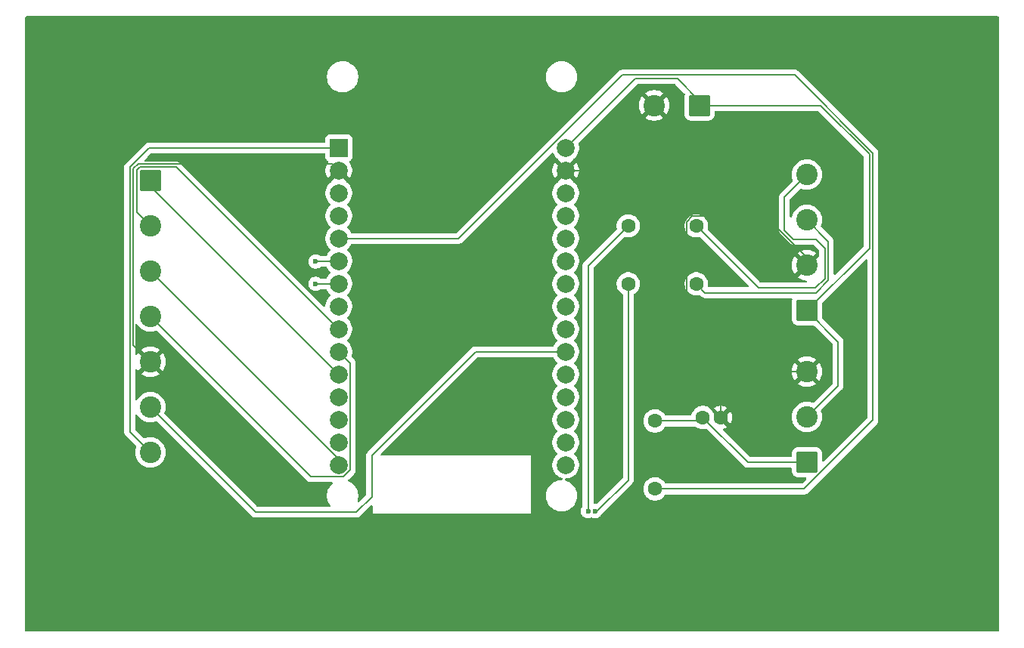
<source format=gbr>
%TF.GenerationSoftware,KiCad,Pcbnew,9.0.4*%
%TF.CreationDate,2025-09-22T07:52:27+08:00*%
%TF.ProjectId,SecurityDoorLockSystem,53656375-7269-4747-9944-6f6f724c6f63,0*%
%TF.SameCoordinates,Original*%
%TF.FileFunction,Copper,L1,Top*%
%TF.FilePolarity,Positive*%
%FSLAX46Y46*%
G04 Gerber Fmt 4.6, Leading zero omitted, Abs format (unit mm)*
G04 Created by KiCad (PCBNEW 9.0.4) date 2025-09-22 07:52:27*
%MOMM*%
%LPD*%
G01*
G04 APERTURE LIST*
G04 Aperture macros list*
%AMRoundRect*
0 Rectangle with rounded corners*
0 $1 Rounding radius*
0 $2 $3 $4 $5 $6 $7 $8 $9 X,Y pos of 4 corners*
0 Add a 4 corners polygon primitive as box body*
4,1,4,$2,$3,$4,$5,$6,$7,$8,$9,$2,$3,0*
0 Add four circle primitives for the rounded corners*
1,1,$1+$1,$2,$3*
1,1,$1+$1,$4,$5*
1,1,$1+$1,$6,$7*
1,1,$1+$1,$8,$9*
0 Add four rect primitives between the rounded corners*
20,1,$1+$1,$2,$3,$4,$5,0*
20,1,$1+$1,$4,$5,$6,$7,0*
20,1,$1+$1,$6,$7,$8,$9,0*
20,1,$1+$1,$8,$9,$2,$3,0*%
G04 Aperture macros list end*
%TA.AperFunction,ComponentPad*%
%ADD10R,2.000000X2.000000*%
%TD*%
%TA.AperFunction,ComponentPad*%
%ADD11C,2.000000*%
%TD*%
%TA.AperFunction,ComponentPad*%
%ADD12C,1.600000*%
%TD*%
%TA.AperFunction,ComponentPad*%
%ADD13C,2.400000*%
%TD*%
%TA.AperFunction,ComponentPad*%
%ADD14RoundRect,0.250001X0.949999X-0.949999X0.949999X0.949999X-0.949999X0.949999X-0.949999X-0.949999X0*%
%TD*%
%TA.AperFunction,ComponentPad*%
%ADD15RoundRect,0.250001X-0.949999X0.949999X-0.949999X-0.949999X0.949999X-0.949999X0.949999X0.949999X0*%
%TD*%
%TA.AperFunction,ComponentPad*%
%ADD16RoundRect,0.250001X0.949999X0.949999X-0.949999X0.949999X-0.949999X-0.949999X0.949999X-0.949999X0*%
%TD*%
%TA.AperFunction,ViaPad*%
%ADD17C,0.600000*%
%TD*%
%TA.AperFunction,Conductor*%
%ADD18C,0.200000*%
%TD*%
G04 APERTURE END LIST*
D10*
%TO.P,U1,1,3V3*%
%TO.N,/3v3*%
X105600000Y-65260000D03*
D11*
%TO.P,U1,2,GND*%
%TO.N,GND*%
X105600000Y-67800000D03*
%TO.P,U1,3,D15*%
%TO.N,unconnected-(U1-D15-Pad3)*%
X105600000Y-70340000D03*
%TO.P,U1,4,D2*%
%TO.N,unconnected-(U1-D2-Pad4)*%
X105600000Y-72880000D03*
%TO.P,U1,5,D4*%
%TO.N,Net-(U1-D4)*%
X105600000Y-75420000D03*
%TO.P,U1,6,RX2*%
%TO.N,Net-(U1-RX2)*%
X105600000Y-77960000D03*
%TO.P,U1,7,TX2*%
%TO.N,Net-(U1-TX2)*%
X105600000Y-80500000D03*
%TO.P,U1,8,D5*%
%TO.N,unconnected-(U1-D5-Pad8)*%
X105600000Y-83040000D03*
%TO.P,U1,9,D18*%
%TO.N,/SCK*%
X105600000Y-85580000D03*
%TO.P,U1,10,D19*%
%TO.N,/MISO*%
X105600000Y-88120000D03*
%TO.P,U1,11,D21*%
%TO.N,/SDA*%
X105600000Y-90660000D03*
%TO.P,U1,12,RX0*%
%TO.N,unconnected-(U1-RX0-Pad12)*%
X105600000Y-93200000D03*
%TO.P,U1,13,TX0*%
%TO.N,unconnected-(U1-TX0-Pad13)*%
X105600000Y-95740000D03*
%TO.P,U1,14,D22*%
%TO.N,unconnected-(U1-D22-Pad14)*%
X105600000Y-98280000D03*
%TO.P,U1,15,D23*%
%TO.N,/MOSI*%
X105600000Y-100820000D03*
%TO.P,U1,16,EN*%
%TO.N,unconnected-(U1-EN-Pad16)*%
X131000000Y-100820000D03*
%TO.P,U1,17,VP*%
%TO.N,unconnected-(U1-VP-Pad17)*%
X131000000Y-98280000D03*
%TO.P,U1,18,VN*%
%TO.N,unconnected-(U1-VN-Pad18)*%
X131000000Y-95740000D03*
%TO.P,U1,19,D34*%
%TO.N,unconnected-(U1-D34-Pad19)*%
X131000000Y-93200000D03*
%TO.P,U1,20,D35*%
%TO.N,unconnected-(U1-D35-Pad20)*%
X131000000Y-90660000D03*
%TO.P,U1,21,D32*%
%TO.N,/RST*%
X131000000Y-88120000D03*
%TO.P,U1,22,D33*%
%TO.N,unconnected-(U1-D33-Pad22)*%
X131000000Y-85580000D03*
%TO.P,U1,23,D25*%
%TO.N,unconnected-(U1-D25-Pad23)*%
X131000000Y-83040000D03*
%TO.P,U1,24,D26*%
%TO.N,unconnected-(U1-D26-Pad24)*%
X131000000Y-80500000D03*
%TO.P,U1,25,D27*%
%TO.N,unconnected-(U1-D27-Pad25)*%
X131000000Y-77960000D03*
%TO.P,U1,26,D14*%
%TO.N,unconnected-(U1-D14-Pad26)*%
X131000000Y-75420000D03*
%TO.P,U1,27,D12*%
%TO.N,unconnected-(U1-D12-Pad27)*%
X131000000Y-72880000D03*
%TO.P,U1,28,D13*%
%TO.N,unconnected-(U1-D13-Pad28)*%
X131000000Y-70340000D03*
%TO.P,U1,29,GND*%
%TO.N,GND*%
X131000000Y-67800000D03*
%TO.P,U1,30,VIN*%
%TO.N,VCC*%
X131000000Y-65260000D03*
%TD*%
D12*
%TO.P,R3,2*%
%TO.N,Net-(U1-D4)*%
X141000000Y-103500000D03*
%TO.P,R3,1*%
%TO.N,/Servo Signal*%
X141000000Y-95880000D03*
%TD*%
D13*
%TO.P,J2,3,Pin_3*%
%TO.N,GND*%
X158000000Y-90340000D03*
%TO.P,J2,2,Pin_2*%
%TO.N,VCC*%
X158000000Y-95420000D03*
D14*
%TO.P,J2,1,Pin_1*%
%TO.N,/Servo Signal*%
X158000000Y-100500000D03*
%TD*%
D12*
%TO.P,R2,1*%
%TO.N,Net-(U1-RX2)*%
X138000000Y-80500000D03*
%TO.P,R2,2*%
%TO.N,/Receiver*%
X145620000Y-80500000D03*
%TD*%
%TO.P,R1,1*%
%TO.N,Net-(U1-TX2)*%
X138000000Y-74000000D03*
%TO.P,R1,2*%
%TO.N,/Transmitter*%
X145620000Y-74000000D03*
%TD*%
D14*
%TO.P,J4,1,Pin_1*%
%TO.N,VCC*%
X158000000Y-83500000D03*
D13*
%TO.P,J4,2,Pin_2*%
%TO.N,GND*%
X158000000Y-78420000D03*
%TO.P,J4,3,Pin_3*%
%TO.N,/Receiver*%
X158000000Y-73340000D03*
%TO.P,J4,4,Pin_4*%
%TO.N,/Transmitter*%
X158000000Y-68260000D03*
%TD*%
D15*
%TO.P,J3,1,Pin_1*%
%TO.N,/SDA*%
X84500000Y-68920000D03*
D13*
%TO.P,J3,2,Pin_2*%
%TO.N,/SCK*%
X84500000Y-74000000D03*
%TO.P,J3,3,Pin_3*%
%TO.N,/MOSI*%
X84500000Y-79080000D03*
%TO.P,J3,4,Pin_4*%
%TO.N,/MISO*%
X84500000Y-84160000D03*
%TO.P,J3,5,Pin_5*%
%TO.N,GND*%
X84500000Y-89240000D03*
%TO.P,J3,6,Pin_6*%
%TO.N,/RST*%
X84500000Y-94320000D03*
%TO.P,J3,7,Pin_7*%
%TO.N,/3v3*%
X84500000Y-99400000D03*
%TD*%
D16*
%TO.P,J1,1,Pin_1*%
%TO.N,VCC*%
X146000000Y-60500000D03*
D13*
%TO.P,J1,2,Pin_2*%
%TO.N,GND*%
X140920000Y-60500000D03*
%TD*%
D12*
%TO.P,C1,1*%
%TO.N,/Servo Signal*%
X146345000Y-95480000D03*
%TO.P,C1,2*%
%TO.N,GND*%
X148345000Y-95480000D03*
%TD*%
D17*
%TO.N,Net-(U1-RX2)*%
X103000000Y-78000000D03*
X134300003Y-106000000D03*
%TO.N,Net-(U1-TX2)*%
X103000000Y-80500000D03*
X133500000Y-106000000D03*
%TD*%
D18*
%TO.N,GND*%
X144519000Y-89519000D02*
X148345000Y-93345000D01*
X148345000Y-93345000D02*
X148345000Y-95480000D01*
%TO.N,Net-(U1-D4)*%
X141000000Y-103500000D02*
X157686160Y-103500000D01*
X157686160Y-103500000D02*
X165401000Y-95785160D01*
X165401000Y-95785160D02*
X165401000Y-65833900D01*
X165401000Y-65833900D02*
X156666100Y-57099000D01*
X156666100Y-57099000D02*
X137321108Y-57099000D01*
X137321108Y-57099000D02*
X119000108Y-75420000D01*
X119000108Y-75420000D02*
X105600000Y-75420000D01*
%TO.N,Net-(U1-RX2)*%
X103000000Y-78000000D02*
X103040000Y-77960000D01*
X103040000Y-77960000D02*
X105600000Y-77960000D01*
X134500000Y-106000000D02*
X134300003Y-106000000D01*
X138000000Y-102500000D02*
X134500000Y-106000000D01*
X138000000Y-80500000D02*
X138000000Y-102500000D01*
%TO.N,Net-(U1-TX2)*%
X138000000Y-74000000D02*
X133500000Y-78500000D01*
X133500000Y-78500000D02*
X133500000Y-106000000D01*
X103000000Y-80500000D02*
X105600000Y-80500000D01*
%TO.N,/Servo Signal*%
X141000000Y-95880000D02*
X145945000Y-95880000D01*
X145945000Y-95880000D02*
X146345000Y-95480000D01*
%TO.N,/3v3*%
X84500000Y-99400000D02*
X82197000Y-97097000D01*
X82197000Y-97097000D02*
X82197000Y-67402640D01*
X82197000Y-67402640D02*
X84339640Y-65260000D01*
X84339640Y-65260000D02*
X105600000Y-65260000D01*
%TO.N,/RST*%
X84500000Y-94320000D02*
X96281000Y-106101000D01*
X96281000Y-106101000D02*
X107575709Y-106101000D01*
X107575709Y-106101000D02*
X109289000Y-104387709D01*
X109289000Y-104387709D02*
X109289000Y-99718164D01*
X109289000Y-99718164D02*
X120887164Y-88120000D01*
X120887164Y-88120000D02*
X131000000Y-88120000D01*
%TO.N,GND*%
X84500000Y-89240000D02*
X82598000Y-87338000D01*
X82598000Y-87338000D02*
X82598000Y-67568740D01*
X83148740Y-67018000D02*
X104818000Y-67018000D01*
X82598000Y-67568740D02*
X83148740Y-67018000D01*
X104818000Y-67018000D02*
X105600000Y-67800000D01*
%TO.N,/MISO*%
X84500000Y-84160000D02*
X102461000Y-102121000D01*
X102461000Y-102121000D02*
X106138892Y-102121000D01*
X106138892Y-102121000D02*
X106901000Y-101358892D01*
X106901000Y-89421000D02*
X105600000Y-88120000D01*
X106901000Y-101358892D02*
X106901000Y-89421000D01*
%TO.N,/MOSI*%
X84500000Y-79080000D02*
X105600000Y-100180000D01*
X105600000Y-100180000D02*
X105600000Y-100820000D01*
%TO.N,/SCK*%
X84500000Y-74000000D02*
X82999000Y-72499000D01*
X82999000Y-72499000D02*
X82999000Y-67734840D01*
X82999000Y-67734840D02*
X83314840Y-67419000D01*
X83314840Y-67419000D02*
X87439000Y-67419000D01*
X87439000Y-67419000D02*
X105600000Y-85580000D01*
%TO.N,/SDA*%
X105600000Y-90660000D02*
X84500000Y-69560000D01*
X84500000Y-69560000D02*
X84500000Y-68920000D01*
%TO.N,GND*%
X158000000Y-78420000D02*
X152479000Y-72899000D01*
X152479000Y-72899000D02*
X145163950Y-72899000D01*
X145163950Y-72899000D02*
X144519000Y-73543950D01*
X144519000Y-73543950D02*
X144519000Y-89519000D01*
%TO.N,/Servo Signal*%
X158000000Y-100500000D02*
X151365000Y-100500000D01*
X151365000Y-100500000D02*
X146345000Y-95480000D01*
%TO.N,VCC*%
X161500000Y-91920000D02*
X161500000Y-87000000D01*
X158000000Y-95420000D02*
X161500000Y-91920000D01*
X161500000Y-87000000D02*
X158000000Y-83500000D01*
%TO.N,GND*%
X158000000Y-90340000D02*
X153485000Y-90340000D01*
X153485000Y-90340000D02*
X148345000Y-95480000D01*
%TO.N,/Receiver*%
X159000000Y-81500000D02*
X160401000Y-80099000D01*
X160401000Y-80099000D02*
X160401000Y-75741000D01*
X160401000Y-75741000D02*
X158000000Y-73340000D01*
%TO.N,/Transmitter*%
X145620000Y-74000000D02*
X152586450Y-80966450D01*
X152586450Y-80966450D02*
X158966450Y-80966450D01*
X158966450Y-80966450D02*
X160000000Y-79932900D01*
X160000000Y-79932900D02*
X160000000Y-76500000D01*
X160000000Y-76500000D02*
X159000000Y-75500000D01*
X159000000Y-75500000D02*
X156500000Y-75500000D01*
X156500000Y-75500000D02*
X155500000Y-74500000D01*
X155500000Y-74500000D02*
X155500000Y-70760000D01*
X155500000Y-70760000D02*
X158000000Y-68260000D01*
%TO.N,/Receiver*%
X145620000Y-80500000D02*
X146620000Y-81500000D01*
X146620000Y-81500000D02*
X159000000Y-81500000D01*
%TO.N,GND*%
X140920000Y-60500000D02*
X158000000Y-77580000D01*
X158000000Y-77580000D02*
X158000000Y-78420000D01*
%TO.N,VCC*%
X159500000Y-60500000D02*
X165000000Y-66000000D01*
X146000000Y-60500000D02*
X159500000Y-60500000D01*
X165000000Y-66000000D02*
X165000000Y-76500000D01*
X165000000Y-76500000D02*
X158000000Y-83500000D01*
X138760000Y-57500000D02*
X143500000Y-57500000D01*
X131000000Y-65260000D02*
X138760000Y-57500000D01*
X143500000Y-57500000D02*
X146000000Y-60000000D01*
X146000000Y-60000000D02*
X146000000Y-60500000D01*
%TO.N,GND*%
X133620000Y-67800000D02*
X131000000Y-67800000D01*
X140920000Y-60500000D02*
X133620000Y-67800000D01*
%TD*%
%TA.AperFunction,Conductor*%
%TO.N,GND*%
G36*
X83002703Y-84981245D02*
G01*
X83028887Y-85012958D01*
X83083047Y-85106766D01*
X83083058Y-85106782D01*
X83218751Y-85283622D01*
X83218757Y-85283629D01*
X83376370Y-85441242D01*
X83376376Y-85441247D01*
X83553226Y-85576948D01*
X83746274Y-85688405D01*
X83769661Y-85698092D01*
X83940432Y-85768828D01*
X83952219Y-85773710D01*
X84167537Y-85831404D01*
X84388543Y-85860500D01*
X84388550Y-85860500D01*
X84611450Y-85860500D01*
X84611457Y-85860500D01*
X84832463Y-85831404D01*
X85047781Y-85773710D01*
X85124460Y-85741947D01*
X85193928Y-85734479D01*
X85256407Y-85765754D01*
X85259592Y-85768827D01*
X102092284Y-102601520D01*
X102229215Y-102680577D01*
X102381943Y-102721501D01*
X102381946Y-102721501D01*
X102547654Y-102721501D01*
X102547670Y-102721500D01*
X104773557Y-102721500D01*
X104840596Y-102741185D01*
X104886351Y-102793989D01*
X104896295Y-102863147D01*
X104867270Y-102926703D01*
X104861238Y-102933181D01*
X104701081Y-103093338D01*
X104561392Y-103275382D01*
X104446657Y-103474109D01*
X104446650Y-103474123D01*
X104358842Y-103686112D01*
X104299453Y-103907759D01*
X104299451Y-103907770D01*
X104269500Y-104135258D01*
X104269500Y-104364741D01*
X104286251Y-104491971D01*
X104299452Y-104592238D01*
X104304824Y-104612287D01*
X104358842Y-104813887D01*
X104446650Y-105025876D01*
X104446656Y-105025888D01*
X104553827Y-105211515D01*
X104561392Y-105224617D01*
X104620014Y-105301013D01*
X104645209Y-105366182D01*
X104631171Y-105434627D01*
X104582357Y-105484617D01*
X104521639Y-105500500D01*
X96581097Y-105500500D01*
X96514058Y-105480815D01*
X96493416Y-105464181D01*
X86108828Y-95079593D01*
X86075343Y-95018270D01*
X86080327Y-94948578D01*
X86081933Y-94944495D01*
X86113710Y-94867781D01*
X86171404Y-94652463D01*
X86200500Y-94431457D01*
X86200500Y-94208543D01*
X86171404Y-93987537D01*
X86113710Y-93772219D01*
X86103925Y-93748597D01*
X86028406Y-93566277D01*
X86028405Y-93566274D01*
X85916948Y-93373226D01*
X85781247Y-93196376D01*
X85781242Y-93196370D01*
X85623629Y-93038757D01*
X85623622Y-93038751D01*
X85446782Y-92903058D01*
X85446780Y-92903057D01*
X85446774Y-92903052D01*
X85253726Y-92791595D01*
X85253722Y-92791593D01*
X85047790Y-92706293D01*
X85047783Y-92706291D01*
X85047781Y-92706290D01*
X84832463Y-92648596D01*
X84832457Y-92648595D01*
X84832452Y-92648594D01*
X84611466Y-92619501D01*
X84611463Y-92619500D01*
X84611457Y-92619500D01*
X84388543Y-92619500D01*
X84388537Y-92619500D01*
X84388533Y-92619501D01*
X84167547Y-92648594D01*
X84167540Y-92648595D01*
X84167537Y-92648596D01*
X83952219Y-92706290D01*
X83952209Y-92706293D01*
X83746277Y-92791593D01*
X83746273Y-92791595D01*
X83553226Y-92903052D01*
X83553217Y-92903058D01*
X83376377Y-93038751D01*
X83376370Y-93038757D01*
X83218757Y-93196370D01*
X83218751Y-93196377D01*
X83083058Y-93373217D01*
X83083052Y-93373226D01*
X83028887Y-93467042D01*
X82978319Y-93515257D01*
X82909712Y-93528479D01*
X82844848Y-93502511D01*
X82804320Y-93445597D01*
X82797500Y-93405041D01*
X82797500Y-90153958D01*
X82817185Y-90086919D01*
X82869989Y-90041164D01*
X82939147Y-90031220D01*
X83002703Y-90060245D01*
X83028888Y-90091959D01*
X83083471Y-90186502D01*
X83083473Y-90186504D01*
X83134040Y-90252403D01*
X83134043Y-90252403D01*
X83784152Y-89602293D01*
X83791049Y-89618942D01*
X83878599Y-89749970D01*
X83990030Y-89861401D01*
X84121058Y-89948951D01*
X84137705Y-89955846D01*
X83487595Y-90605955D01*
X83487595Y-90605956D01*
X83553507Y-90656533D01*
X83746485Y-90767949D01*
X83746497Y-90767954D01*
X83952381Y-90853236D01*
X84167632Y-90910911D01*
X84167645Y-90910914D01*
X84388575Y-90940000D01*
X84611425Y-90940000D01*
X84832354Y-90910914D01*
X84832367Y-90910911D01*
X85047618Y-90853236D01*
X85253502Y-90767954D01*
X85253514Y-90767949D01*
X85446498Y-90656530D01*
X85512403Y-90605957D01*
X85512404Y-90605956D01*
X84862294Y-89955846D01*
X84878942Y-89948951D01*
X85009970Y-89861401D01*
X85121401Y-89749970D01*
X85208951Y-89618942D01*
X85215846Y-89602294D01*
X85865956Y-90252404D01*
X85865957Y-90252403D01*
X85916530Y-90186498D01*
X86027949Y-89993514D01*
X86027954Y-89993502D01*
X86113236Y-89787618D01*
X86170911Y-89572367D01*
X86170914Y-89572354D01*
X86200000Y-89351424D01*
X86200000Y-89128575D01*
X86170914Y-88907645D01*
X86170911Y-88907632D01*
X86113236Y-88692381D01*
X86027954Y-88486497D01*
X86027949Y-88486485D01*
X85916533Y-88293507D01*
X85865956Y-88227595D01*
X85865955Y-88227595D01*
X85215846Y-88877704D01*
X85208951Y-88861058D01*
X85121401Y-88730030D01*
X85009970Y-88618599D01*
X84878942Y-88531049D01*
X84862293Y-88524152D01*
X85512403Y-87874043D01*
X85512403Y-87874040D01*
X85446504Y-87823473D01*
X85446491Y-87823464D01*
X85253520Y-87712054D01*
X85253502Y-87712045D01*
X85047618Y-87626763D01*
X84832367Y-87569088D01*
X84832354Y-87569085D01*
X84611425Y-87540000D01*
X84388575Y-87540000D01*
X84167645Y-87569085D01*
X84167632Y-87569088D01*
X83952381Y-87626763D01*
X83746497Y-87712045D01*
X83746479Y-87712054D01*
X83553511Y-87823462D01*
X83487595Y-87874042D01*
X84137706Y-88524152D01*
X84121058Y-88531049D01*
X83990030Y-88618599D01*
X83878599Y-88730030D01*
X83791049Y-88861058D01*
X83784153Y-88877706D01*
X83134042Y-88227595D01*
X83083464Y-88293509D01*
X83028887Y-88388041D01*
X82978320Y-88436256D01*
X82909713Y-88449480D01*
X82844849Y-88423512D01*
X82804320Y-88366598D01*
X82797500Y-88326041D01*
X82797500Y-85074958D01*
X82817185Y-85007919D01*
X82869989Y-84962164D01*
X82939147Y-84952220D01*
X83002703Y-84981245D01*
G37*
%TD.AperFunction*%
%TA.AperFunction,Conductor*%
G36*
X129560329Y-65811527D02*
G01*
X129616262Y-65853399D01*
X129627480Y-65871414D01*
X129716657Y-66046433D01*
X129855483Y-66237510D01*
X130022490Y-66404517D01*
X130081716Y-66447547D01*
X130124381Y-66502875D01*
X130132448Y-66557593D01*
X130130893Y-66577340D01*
X130862425Y-67308871D01*
X130803147Y-67324755D01*
X130686853Y-67391898D01*
X130591898Y-67486853D01*
X130524755Y-67603147D01*
X130508871Y-67662425D01*
X129777340Y-66930894D01*
X129717084Y-67013830D01*
X129609897Y-67224197D01*
X129536934Y-67448752D01*
X129500000Y-67681947D01*
X129500000Y-67918052D01*
X129536934Y-68151247D01*
X129609897Y-68375802D01*
X129717087Y-68586174D01*
X129777338Y-68669104D01*
X129777340Y-68669105D01*
X130508871Y-67937574D01*
X130524755Y-67996853D01*
X130591898Y-68113147D01*
X130686853Y-68208102D01*
X130803147Y-68275245D01*
X130862425Y-68291128D01*
X130130893Y-69022658D01*
X130132448Y-69042405D01*
X130118084Y-69110783D01*
X130081717Y-69152451D01*
X130022490Y-69195482D01*
X129855485Y-69362487D01*
X129855485Y-69362488D01*
X129855483Y-69362490D01*
X129840125Y-69383629D01*
X129716657Y-69553566D01*
X129609433Y-69764003D01*
X129536446Y-69988631D01*
X129499500Y-70221902D01*
X129499500Y-70458097D01*
X129536446Y-70691368D01*
X129609433Y-70915996D01*
X129716657Y-71126433D01*
X129855483Y-71317510D01*
X130022490Y-71484517D01*
X130057127Y-71509683D01*
X130099792Y-71565013D01*
X130105771Y-71634626D01*
X130073165Y-71696421D01*
X130057130Y-71710315D01*
X130039365Y-71723222D01*
X130022488Y-71735484D01*
X129855485Y-71902487D01*
X129855485Y-71902488D01*
X129855483Y-71902490D01*
X129795862Y-71984550D01*
X129716657Y-72093566D01*
X129609433Y-72304003D01*
X129536446Y-72528631D01*
X129499500Y-72761902D01*
X129499500Y-72998097D01*
X129536446Y-73231368D01*
X129609433Y-73455996D01*
X129703357Y-73640331D01*
X129716657Y-73666433D01*
X129855483Y-73857510D01*
X130022490Y-74024517D01*
X130057127Y-74049683D01*
X130099792Y-74105013D01*
X130105771Y-74174626D01*
X130073165Y-74236421D01*
X130057130Y-74250315D01*
X130039365Y-74263222D01*
X130022488Y-74275484D01*
X129855485Y-74442487D01*
X129855485Y-74442488D01*
X129855483Y-74442490D01*
X129840125Y-74463629D01*
X129716657Y-74633566D01*
X129609433Y-74844003D01*
X129536446Y-75068631D01*
X129499500Y-75301902D01*
X129499500Y-75538097D01*
X129536446Y-75771368D01*
X129609433Y-75995996D01*
X129672711Y-76120185D01*
X129716657Y-76206433D01*
X129855483Y-76397510D01*
X130022490Y-76564517D01*
X130057127Y-76589683D01*
X130099792Y-76645013D01*
X130105771Y-76714626D01*
X130073165Y-76776421D01*
X130057130Y-76790315D01*
X130043667Y-76800097D01*
X130022488Y-76815484D01*
X129855485Y-76982487D01*
X129855485Y-76982488D01*
X129855483Y-76982490D01*
X129840238Y-77003473D01*
X129716657Y-77173566D01*
X129609433Y-77384003D01*
X129536446Y-77608631D01*
X129499500Y-77841902D01*
X129499500Y-78078097D01*
X129536446Y-78311368D01*
X129609433Y-78535996D01*
X129697785Y-78709394D01*
X129716657Y-78746433D01*
X129855483Y-78937510D01*
X130022490Y-79104517D01*
X130057127Y-79129683D01*
X130099792Y-79185013D01*
X130105771Y-79254626D01*
X130073165Y-79316421D01*
X130057130Y-79330315D01*
X130039365Y-79343222D01*
X130022488Y-79355484D01*
X129855485Y-79522487D01*
X129855485Y-79522488D01*
X129855483Y-79522490D01*
X129795862Y-79604550D01*
X129716657Y-79713566D01*
X129609433Y-79924003D01*
X129536446Y-80148631D01*
X129499500Y-80381902D01*
X129499500Y-80618097D01*
X129536446Y-80851368D01*
X129609433Y-81075996D01*
X129677405Y-81209397D01*
X129716657Y-81286433D01*
X129855483Y-81477510D01*
X130022490Y-81644517D01*
X130057127Y-81669683D01*
X130099792Y-81725013D01*
X130105771Y-81794626D01*
X130073165Y-81856421D01*
X130057130Y-81870315D01*
X130039365Y-81883222D01*
X130022488Y-81895484D01*
X129855485Y-82062487D01*
X129855485Y-82062488D01*
X129855483Y-82062490D01*
X129813565Y-82120185D01*
X129716657Y-82253566D01*
X129609433Y-82464003D01*
X129536446Y-82688631D01*
X129499500Y-82921902D01*
X129499500Y-83158097D01*
X129536446Y-83391368D01*
X129609433Y-83615996D01*
X129716657Y-83826433D01*
X129855483Y-84017510D01*
X130022490Y-84184517D01*
X130057127Y-84209683D01*
X130099792Y-84265013D01*
X130105771Y-84334626D01*
X130073165Y-84396421D01*
X130057130Y-84410315D01*
X130039365Y-84423222D01*
X130022488Y-84435484D01*
X129855485Y-84602487D01*
X129855485Y-84602488D01*
X129855483Y-84602490D01*
X129855261Y-84602796D01*
X129716657Y-84793566D01*
X129609433Y-85004003D01*
X129536446Y-85228631D01*
X129499500Y-85461902D01*
X129499500Y-85698097D01*
X129536446Y-85931368D01*
X129609433Y-86155996D01*
X129716657Y-86366433D01*
X129855483Y-86557510D01*
X130022490Y-86724517D01*
X130057127Y-86749683D01*
X130099792Y-86805013D01*
X130105771Y-86874626D01*
X130073165Y-86936421D01*
X130057130Y-86950315D01*
X130039365Y-86963222D01*
X130022488Y-86975484D01*
X129855485Y-87142487D01*
X129855485Y-87142488D01*
X129855483Y-87142490D01*
X129804679Y-87212416D01*
X129716657Y-87333566D01*
X129656417Y-87451795D01*
X129608442Y-87502591D01*
X129545932Y-87519500D01*
X120973833Y-87519500D01*
X120973817Y-87519499D01*
X120966221Y-87519499D01*
X120808107Y-87519499D01*
X120716640Y-87544008D01*
X120655374Y-87560424D01*
X120655373Y-87560425D01*
X120605260Y-87589359D01*
X120605259Y-87589360D01*
X120561853Y-87614420D01*
X120518449Y-87639479D01*
X120518446Y-87639481D01*
X108808479Y-99349448D01*
X108792951Y-99376344D01*
X108786388Y-99387713D01*
X108729423Y-99486379D01*
X108688499Y-99639107D01*
X108688499Y-99639109D01*
X108688499Y-99807210D01*
X108688500Y-99807223D01*
X108688500Y-104087612D01*
X108668815Y-104154651D01*
X108652181Y-104175293D01*
X107886365Y-104941108D01*
X107825042Y-104974593D01*
X107755350Y-104969609D01*
X107699417Y-104927737D01*
X107675000Y-104862273D01*
X107680705Y-104817968D01*
X107680107Y-104817808D01*
X107693325Y-104768477D01*
X107740548Y-104592238D01*
X107770500Y-104364734D01*
X107770500Y-104135266D01*
X107740548Y-103907762D01*
X107681158Y-103686113D01*
X107593344Y-103474112D01*
X107478611Y-103275388D01*
X107478608Y-103275385D01*
X107478607Y-103275382D01*
X107338918Y-103093338D01*
X107338911Y-103093330D01*
X107176670Y-102931089D01*
X107176661Y-102931081D01*
X106994617Y-102791392D01*
X106795890Y-102676657D01*
X106795876Y-102676650D01*
X106710365Y-102641231D01*
X106655961Y-102597390D01*
X106633896Y-102531096D01*
X106651175Y-102463397D01*
X106670132Y-102438993D01*
X107259506Y-101849620D01*
X107259511Y-101849616D01*
X107269714Y-101839412D01*
X107269716Y-101839412D01*
X107381520Y-101727608D01*
X107460577Y-101590676D01*
X107501500Y-101437949D01*
X107501500Y-89510059D01*
X107501501Y-89510046D01*
X107501501Y-89341945D01*
X107501501Y-89341943D01*
X107460577Y-89189215D01*
X107407631Y-89097510D01*
X107381520Y-89052284D01*
X107269716Y-88940480D01*
X107269713Y-88940478D01*
X107052798Y-88723563D01*
X107019313Y-88662240D01*
X107022547Y-88597566D01*
X107063553Y-88471368D01*
X107091723Y-88293509D01*
X107100500Y-88238097D01*
X107100500Y-88001902D01*
X107063553Y-87768631D01*
X107021589Y-87639480D01*
X106990568Y-87544008D01*
X106990566Y-87544005D01*
X106990566Y-87544003D01*
X106883342Y-87333566D01*
X106744517Y-87142490D01*
X106577510Y-86975483D01*
X106542872Y-86950317D01*
X106500207Y-86894989D01*
X106494228Y-86825375D01*
X106526833Y-86763580D01*
X106542873Y-86749682D01*
X106577510Y-86724517D01*
X106744517Y-86557510D01*
X106883343Y-86366433D01*
X106990568Y-86155992D01*
X107063553Y-85931368D01*
X107100500Y-85698097D01*
X107100500Y-85461902D01*
X107063553Y-85228631D01*
X106993476Y-85012958D01*
X106990568Y-85004008D01*
X106990566Y-85004005D01*
X106990566Y-85004003D01*
X106883342Y-84793566D01*
X106876725Y-84784458D01*
X106744517Y-84602490D01*
X106577510Y-84435483D01*
X106542872Y-84410317D01*
X106500207Y-84354989D01*
X106494228Y-84285375D01*
X106526833Y-84223580D01*
X106542873Y-84209682D01*
X106577510Y-84184517D01*
X106744517Y-84017510D01*
X106883343Y-83826433D01*
X106990568Y-83615992D01*
X107063553Y-83391368D01*
X107076909Y-83307042D01*
X107100500Y-83158097D01*
X107100500Y-82921902D01*
X107063553Y-82688631D01*
X106998557Y-82488596D01*
X106990568Y-82464008D01*
X106990566Y-82464005D01*
X106990566Y-82464003D01*
X106883342Y-82253566D01*
X106824799Y-82172989D01*
X106744517Y-82062490D01*
X106577510Y-81895483D01*
X106542872Y-81870317D01*
X106500207Y-81814989D01*
X106494228Y-81745375D01*
X106526833Y-81683580D01*
X106542873Y-81669682D01*
X106577510Y-81644517D01*
X106744517Y-81477510D01*
X106883343Y-81286433D01*
X106990568Y-81075992D01*
X107063553Y-80851368D01*
X107070971Y-80804534D01*
X107100500Y-80618097D01*
X107100500Y-80381902D01*
X107063553Y-80148631D01*
X107015513Y-80000781D01*
X106990568Y-79924008D01*
X106990566Y-79924005D01*
X106990566Y-79924003D01*
X106920227Y-79785956D01*
X106883343Y-79713567D01*
X106744517Y-79522490D01*
X106577510Y-79355483D01*
X106542872Y-79330317D01*
X106500207Y-79274989D01*
X106494228Y-79205375D01*
X106526833Y-79143580D01*
X106542873Y-79129682D01*
X106577510Y-79104517D01*
X106744517Y-78937510D01*
X106883343Y-78746433D01*
X106990568Y-78535992D01*
X107063553Y-78311368D01*
X107075886Y-78233501D01*
X107100500Y-78078097D01*
X107100500Y-77841902D01*
X107063553Y-77608631D01*
X106998557Y-77408596D01*
X106990568Y-77384008D01*
X106990566Y-77384005D01*
X106990566Y-77384003D01*
X106934002Y-77272991D01*
X106883343Y-77173567D01*
X106744517Y-76982490D01*
X106577510Y-76815483D01*
X106542872Y-76790317D01*
X106500207Y-76734989D01*
X106494228Y-76665375D01*
X106526833Y-76603580D01*
X106542873Y-76589682D01*
X106577510Y-76564517D01*
X106744517Y-76397510D01*
X106883343Y-76206433D01*
X106943583Y-76088204D01*
X106991558Y-76037409D01*
X107054068Y-76020500D01*
X118913439Y-76020500D01*
X118913455Y-76020501D01*
X118921051Y-76020501D01*
X119079162Y-76020501D01*
X119079165Y-76020501D01*
X119231893Y-75979577D01*
X119299709Y-75940423D01*
X119368824Y-75900520D01*
X119480628Y-75788716D01*
X119480628Y-75788714D01*
X119490832Y-75778511D01*
X119490835Y-75778506D01*
X129429316Y-65840026D01*
X129490637Y-65806543D01*
X129560329Y-65811527D01*
G37*
%TD.AperFunction*%
%TA.AperFunction,Conductor*%
G36*
X104042540Y-65880185D02*
G01*
X104088295Y-65932989D01*
X104099501Y-65984500D01*
X104099501Y-66307876D01*
X104105908Y-66367483D01*
X104156202Y-66502328D01*
X104156206Y-66502335D01*
X104242452Y-66617544D01*
X104242455Y-66617547D01*
X104357664Y-66703793D01*
X104365454Y-66708047D01*
X104363725Y-66711211D01*
X104405915Y-66742734D01*
X104430393Y-66808175D01*
X104415604Y-66876462D01*
X104407036Y-66890021D01*
X104317084Y-67013829D01*
X104209897Y-67224197D01*
X104136934Y-67448752D01*
X104100000Y-67681947D01*
X104100000Y-67918052D01*
X104136934Y-68151247D01*
X104209897Y-68375802D01*
X104317087Y-68586174D01*
X104377338Y-68669104D01*
X104377340Y-68669105D01*
X105108871Y-67937574D01*
X105124755Y-67996853D01*
X105191898Y-68113147D01*
X105286853Y-68208102D01*
X105403147Y-68275245D01*
X105462425Y-68291128D01*
X104730893Y-69022658D01*
X104732448Y-69042405D01*
X104718084Y-69110783D01*
X104681717Y-69152451D01*
X104622490Y-69195482D01*
X104455485Y-69362487D01*
X104455485Y-69362488D01*
X104455483Y-69362490D01*
X104440125Y-69383629D01*
X104316657Y-69553566D01*
X104209433Y-69764003D01*
X104136446Y-69988631D01*
X104099500Y-70221902D01*
X104099500Y-70458097D01*
X104136446Y-70691368D01*
X104209433Y-70915996D01*
X104316657Y-71126433D01*
X104455483Y-71317510D01*
X104622490Y-71484517D01*
X104657127Y-71509683D01*
X104699792Y-71565013D01*
X104705771Y-71634626D01*
X104673165Y-71696421D01*
X104657130Y-71710315D01*
X104639365Y-71723222D01*
X104622488Y-71735484D01*
X104455485Y-71902487D01*
X104455485Y-71902488D01*
X104455483Y-71902490D01*
X104395862Y-71984550D01*
X104316657Y-72093566D01*
X104209433Y-72304003D01*
X104136446Y-72528631D01*
X104099500Y-72761902D01*
X104099500Y-72998097D01*
X104136446Y-73231368D01*
X104209433Y-73455996D01*
X104303357Y-73640331D01*
X104316657Y-73666433D01*
X104455483Y-73857510D01*
X104622490Y-74024517D01*
X104657127Y-74049683D01*
X104699792Y-74105013D01*
X104705771Y-74174626D01*
X104673165Y-74236421D01*
X104657130Y-74250315D01*
X104639365Y-74263222D01*
X104622488Y-74275484D01*
X104455485Y-74442487D01*
X104455485Y-74442488D01*
X104455483Y-74442490D01*
X104440125Y-74463629D01*
X104316657Y-74633566D01*
X104209433Y-74844003D01*
X104136446Y-75068631D01*
X104099500Y-75301902D01*
X104099500Y-75538097D01*
X104136446Y-75771368D01*
X104209433Y-75995996D01*
X104272711Y-76120185D01*
X104316657Y-76206433D01*
X104455483Y-76397510D01*
X104622490Y-76564517D01*
X104657127Y-76589683D01*
X104699792Y-76645013D01*
X104705771Y-76714626D01*
X104673165Y-76776421D01*
X104657130Y-76790315D01*
X104643667Y-76800097D01*
X104622488Y-76815484D01*
X104455485Y-76982487D01*
X104455485Y-76982488D01*
X104455483Y-76982490D01*
X104440238Y-77003473D01*
X104316657Y-77173566D01*
X104303443Y-77199500D01*
X104257023Y-77290606D01*
X104256417Y-77291795D01*
X104208442Y-77342591D01*
X104145932Y-77359500D01*
X103519901Y-77359500D01*
X103452862Y-77339815D01*
X103451010Y-77338602D01*
X103379184Y-77290609D01*
X103379172Y-77290602D01*
X103233501Y-77230264D01*
X103233489Y-77230261D01*
X103078845Y-77199500D01*
X103078842Y-77199500D01*
X102921158Y-77199500D01*
X102921155Y-77199500D01*
X102766510Y-77230261D01*
X102766498Y-77230264D01*
X102620827Y-77290602D01*
X102620814Y-77290609D01*
X102489711Y-77378210D01*
X102489707Y-77378213D01*
X102378213Y-77489707D01*
X102378210Y-77489711D01*
X102290609Y-77620814D01*
X102290602Y-77620827D01*
X102230264Y-77766498D01*
X102230261Y-77766510D01*
X102199500Y-77921153D01*
X102199500Y-78078846D01*
X102230261Y-78233489D01*
X102230264Y-78233501D01*
X102290602Y-78379172D01*
X102290609Y-78379185D01*
X102378210Y-78510288D01*
X102378213Y-78510292D01*
X102489707Y-78621786D01*
X102489711Y-78621789D01*
X102620814Y-78709390D01*
X102620827Y-78709397D01*
X102766498Y-78769735D01*
X102766503Y-78769737D01*
X102919127Y-78800096D01*
X102921153Y-78800499D01*
X102921156Y-78800500D01*
X102921158Y-78800500D01*
X103078844Y-78800500D01*
X103078845Y-78800499D01*
X103233497Y-78769737D01*
X103379179Y-78709394D01*
X103510289Y-78621789D01*
X103510292Y-78621786D01*
X103535260Y-78596819D01*
X103596583Y-78563334D01*
X103622941Y-78560500D01*
X104145932Y-78560500D01*
X104212971Y-78580185D01*
X104256416Y-78628203D01*
X104316657Y-78746433D01*
X104455483Y-78937510D01*
X104622490Y-79104517D01*
X104657127Y-79129683D01*
X104699792Y-79185013D01*
X104705771Y-79254626D01*
X104673165Y-79316421D01*
X104657130Y-79330315D01*
X104639365Y-79343222D01*
X104622488Y-79355484D01*
X104455485Y-79522487D01*
X104455485Y-79522488D01*
X104455483Y-79522490D01*
X104395862Y-79604550D01*
X104316657Y-79713566D01*
X104256417Y-79831795D01*
X104208442Y-79882591D01*
X104145932Y-79899500D01*
X103579766Y-79899500D01*
X103512727Y-79879815D01*
X103510875Y-79878602D01*
X103379185Y-79790609D01*
X103379172Y-79790602D01*
X103233501Y-79730264D01*
X103233489Y-79730261D01*
X103078845Y-79699500D01*
X103078842Y-79699500D01*
X102921158Y-79699500D01*
X102921155Y-79699500D01*
X102766510Y-79730261D01*
X102766498Y-79730264D01*
X102620827Y-79790602D01*
X102620814Y-79790609D01*
X102489711Y-79878210D01*
X102489707Y-79878213D01*
X102378213Y-79989707D01*
X102378210Y-79989711D01*
X102290609Y-80120814D01*
X102290602Y-80120827D01*
X102230264Y-80266498D01*
X102230261Y-80266510D01*
X102199500Y-80421153D01*
X102199500Y-80578846D01*
X102230261Y-80733489D01*
X102230264Y-80733501D01*
X102290602Y-80879172D01*
X102290609Y-80879185D01*
X102378210Y-81010288D01*
X102378213Y-81010292D01*
X102489707Y-81121786D01*
X102489711Y-81121789D01*
X102620814Y-81209390D01*
X102620827Y-81209397D01*
X102766498Y-81269735D01*
X102766503Y-81269737D01*
X102921153Y-81300499D01*
X102921156Y-81300500D01*
X102921158Y-81300500D01*
X103078844Y-81300500D01*
X103078845Y-81300499D01*
X103233497Y-81269737D01*
X103379179Y-81209394D01*
X103440823Y-81168205D01*
X103510875Y-81121398D01*
X103577553Y-81100520D01*
X103579766Y-81100500D01*
X104145932Y-81100500D01*
X104212971Y-81120185D01*
X104256416Y-81168203D01*
X104316657Y-81286433D01*
X104455483Y-81477510D01*
X104622490Y-81644517D01*
X104657127Y-81669683D01*
X104699792Y-81725013D01*
X104705771Y-81794626D01*
X104673165Y-81856421D01*
X104657130Y-81870315D01*
X104639365Y-81883222D01*
X104622488Y-81895484D01*
X104455485Y-82062487D01*
X104455485Y-82062488D01*
X104455483Y-82062490D01*
X104413565Y-82120185D01*
X104316657Y-82253566D01*
X104209433Y-82464003D01*
X104136446Y-82688631D01*
X104099500Y-82921902D01*
X104099500Y-82930902D01*
X104079815Y-82997941D01*
X104027011Y-83043696D01*
X103957853Y-83053640D01*
X103894297Y-83024615D01*
X103887819Y-83018583D01*
X87926590Y-67057355D01*
X87926588Y-67057352D01*
X87807717Y-66938481D01*
X87807716Y-66938480D01*
X87720904Y-66888360D01*
X87720904Y-66888359D01*
X87720900Y-66888358D01*
X87670785Y-66859423D01*
X87518057Y-66818499D01*
X87359943Y-66818499D01*
X87352347Y-66818499D01*
X87352331Y-66818500D01*
X83929737Y-66818500D01*
X83862698Y-66798815D01*
X83816943Y-66746011D01*
X83806999Y-66676853D01*
X83836024Y-66613297D01*
X83842056Y-66606819D01*
X84140993Y-66307883D01*
X84552057Y-65896819D01*
X84613380Y-65863334D01*
X84639738Y-65860500D01*
X103975501Y-65860500D01*
X104042540Y-65880185D01*
G37*
%TD.AperFunction*%
%TA.AperFunction,Conductor*%
G36*
X179442539Y-50520185D02*
G01*
X179488294Y-50572989D01*
X179499500Y-50624500D01*
X179499500Y-119375500D01*
X179479815Y-119442539D01*
X179427011Y-119488294D01*
X179375500Y-119499500D01*
X70624500Y-119499500D01*
X70557461Y-119479815D01*
X70511706Y-119427011D01*
X70500500Y-119375500D01*
X70500500Y-97176054D01*
X81596498Y-97176054D01*
X81637423Y-97328785D01*
X81666358Y-97378900D01*
X81666359Y-97378904D01*
X81666360Y-97378904D01*
X81716479Y-97465714D01*
X81716481Y-97465717D01*
X81835349Y-97584585D01*
X81835355Y-97584590D01*
X82891171Y-98640406D01*
X82924656Y-98701729D01*
X82919672Y-98771421D01*
X82918051Y-98775540D01*
X82886293Y-98852209D01*
X82886290Y-98852219D01*
X82828597Y-99067534D01*
X82828594Y-99067547D01*
X82799501Y-99288533D01*
X82799500Y-99288549D01*
X82799500Y-99511450D01*
X82799501Y-99511466D01*
X82828594Y-99732452D01*
X82828595Y-99732457D01*
X82828596Y-99732463D01*
X82886290Y-99947780D01*
X82886293Y-99947790D01*
X82971593Y-100153722D01*
X82971595Y-100153726D01*
X83083052Y-100346774D01*
X83083057Y-100346780D01*
X83083058Y-100346782D01*
X83218751Y-100523622D01*
X83218757Y-100523629D01*
X83376370Y-100681242D01*
X83376376Y-100681247D01*
X83553226Y-100816948D01*
X83746274Y-100928405D01*
X83952219Y-101013710D01*
X84167537Y-101071404D01*
X84388543Y-101100500D01*
X84388550Y-101100500D01*
X84611450Y-101100500D01*
X84611457Y-101100500D01*
X84832463Y-101071404D01*
X85047781Y-101013710D01*
X85253726Y-100928405D01*
X85446774Y-100816948D01*
X85623624Y-100681247D01*
X85781247Y-100523624D01*
X85916948Y-100346774D01*
X86028405Y-100153726D01*
X86113710Y-99947781D01*
X86171404Y-99732463D01*
X86200500Y-99511457D01*
X86200500Y-99288543D01*
X86171404Y-99067537D01*
X86113710Y-98852219D01*
X86028405Y-98646274D01*
X85916948Y-98453226D01*
X85781247Y-98276376D01*
X85781242Y-98276370D01*
X85623629Y-98118757D01*
X85623622Y-98118751D01*
X85446782Y-97983058D01*
X85446780Y-97983057D01*
X85446774Y-97983052D01*
X85253726Y-97871595D01*
X85253722Y-97871593D01*
X85047790Y-97786293D01*
X85047783Y-97786291D01*
X85047781Y-97786290D01*
X84832463Y-97728596D01*
X84832457Y-97728595D01*
X84832452Y-97728594D01*
X84611466Y-97699501D01*
X84611463Y-97699500D01*
X84611457Y-97699500D01*
X84388543Y-97699500D01*
X84388537Y-97699500D01*
X84388533Y-97699501D01*
X84167547Y-97728594D01*
X84167540Y-97728595D01*
X84167537Y-97728596D01*
X83990376Y-97776066D01*
X83952219Y-97786290D01*
X83952209Y-97786293D01*
X83875540Y-97818051D01*
X83806070Y-97825520D01*
X83743591Y-97794245D01*
X83740406Y-97791171D01*
X82833819Y-96884584D01*
X82800334Y-96823261D01*
X82797500Y-96796903D01*
X82797500Y-95234958D01*
X82817185Y-95167919D01*
X82869989Y-95122164D01*
X82939147Y-95112220D01*
X83002703Y-95141245D01*
X83028887Y-95172958D01*
X83083047Y-95266766D01*
X83083058Y-95266782D01*
X83218751Y-95443622D01*
X83218757Y-95443629D01*
X83376370Y-95601242D01*
X83376377Y-95601248D01*
X83502294Y-95697867D01*
X83553226Y-95736948D01*
X83746274Y-95848405D01*
X83857507Y-95894479D01*
X83940432Y-95928828D01*
X83952219Y-95933710D01*
X84167537Y-95991404D01*
X84388543Y-96020500D01*
X84388550Y-96020500D01*
X84611450Y-96020500D01*
X84611457Y-96020500D01*
X84832463Y-95991404D01*
X85047781Y-95933710D01*
X85124460Y-95901947D01*
X85193928Y-95894479D01*
X85256407Y-95925754D01*
X85259593Y-95928828D01*
X95796139Y-106465374D01*
X95796149Y-106465385D01*
X95800479Y-106469715D01*
X95800480Y-106469716D01*
X95912284Y-106581520D01*
X95982033Y-106621789D01*
X96049215Y-106660577D01*
X96201943Y-106701501D01*
X96201946Y-106701501D01*
X96367653Y-106701501D01*
X96367669Y-106701500D01*
X107489040Y-106701500D01*
X107489056Y-106701501D01*
X107496652Y-106701501D01*
X107654763Y-106701501D01*
X107654766Y-106701501D01*
X107807494Y-106660577D01*
X107874676Y-106621789D01*
X107944425Y-106581520D01*
X108056229Y-106469716D01*
X108056229Y-106469714D01*
X108066433Y-106459511D01*
X108066436Y-106459506D01*
X109178320Y-105347622D01*
X109239642Y-105314139D01*
X109309334Y-105319123D01*
X109365267Y-105360995D01*
X109389684Y-105426459D01*
X109390000Y-105435305D01*
X109390000Y-106250000D01*
X127080000Y-106250000D01*
X127080000Y-99760000D01*
X110395761Y-99760000D01*
X110328722Y-99740315D01*
X110282967Y-99687511D01*
X110273023Y-99618353D01*
X110302048Y-99554797D01*
X110308080Y-99548319D01*
X121099580Y-88756819D01*
X121160903Y-88723334D01*
X121187261Y-88720500D01*
X129545932Y-88720500D01*
X129612971Y-88740185D01*
X129656416Y-88788203D01*
X129716657Y-88906433D01*
X129855483Y-89097510D01*
X130022490Y-89264517D01*
X130057127Y-89289683D01*
X130099792Y-89345013D01*
X130105771Y-89414626D01*
X130073165Y-89476421D01*
X130057130Y-89490315D01*
X130043722Y-89500057D01*
X130022488Y-89515484D01*
X129855485Y-89682487D01*
X129855485Y-89682488D01*
X129855483Y-89682490D01*
X129806456Y-89749970D01*
X129716657Y-89873566D01*
X129609433Y-90084003D01*
X129536446Y-90308631D01*
X129499500Y-90541902D01*
X129499500Y-90778097D01*
X129536446Y-91011368D01*
X129609433Y-91235996D01*
X129716657Y-91446433D01*
X129855483Y-91637510D01*
X130022490Y-91804517D01*
X130057127Y-91829683D01*
X130099792Y-91885013D01*
X130105771Y-91954626D01*
X130073165Y-92016421D01*
X130057130Y-92030315D01*
X130043800Y-92040000D01*
X130022488Y-92055484D01*
X129855485Y-92222487D01*
X129855485Y-92222488D01*
X129855483Y-92222490D01*
X129807372Y-92288709D01*
X129716657Y-92413566D01*
X129609433Y-92624003D01*
X129536446Y-92848631D01*
X129499500Y-93081902D01*
X129499500Y-93318097D01*
X129536446Y-93551368D01*
X129609433Y-93775996D01*
X129716657Y-93986433D01*
X129855483Y-94177510D01*
X130022490Y-94344517D01*
X130057127Y-94369683D01*
X130099792Y-94425013D01*
X130105771Y-94494626D01*
X130073165Y-94556421D01*
X130057130Y-94570315D01*
X130044489Y-94579500D01*
X130022488Y-94595484D01*
X129855485Y-94762487D01*
X129855485Y-94762488D01*
X129855483Y-94762490D01*
X129829403Y-94798386D01*
X129716657Y-94953566D01*
X129609433Y-95164003D01*
X129536446Y-95388631D01*
X129499500Y-95621902D01*
X129499500Y-95858097D01*
X129536446Y-96091368D01*
X129609433Y-96315996D01*
X129716657Y-96526433D01*
X129855483Y-96717510D01*
X130022490Y-96884517D01*
X130057127Y-96909683D01*
X130099792Y-96965013D01*
X130105771Y-97034626D01*
X130073165Y-97096421D01*
X130057130Y-97110315D01*
X130043115Y-97120498D01*
X130022488Y-97135484D01*
X129855485Y-97302487D01*
X129855485Y-97302488D01*
X129855483Y-97302490D01*
X129836379Y-97328785D01*
X129716657Y-97493566D01*
X129609433Y-97704003D01*
X129536446Y-97928631D01*
X129499500Y-98161902D01*
X129499500Y-98398097D01*
X129536446Y-98631368D01*
X129609433Y-98855996D01*
X129661045Y-98957289D01*
X129716657Y-99066433D01*
X129855483Y-99257510D01*
X130022490Y-99424517D01*
X130057127Y-99449683D01*
X130099792Y-99505013D01*
X130105771Y-99574626D01*
X130073165Y-99636421D01*
X130057130Y-99650315D01*
X130039365Y-99663222D01*
X130022488Y-99675484D01*
X129855485Y-99842487D01*
X129855485Y-99842488D01*
X129855483Y-99842490D01*
X129814063Y-99899500D01*
X129716657Y-100033566D01*
X129609433Y-100244003D01*
X129536446Y-100468631D01*
X129499500Y-100701902D01*
X129499500Y-100938097D01*
X129536446Y-101171368D01*
X129609433Y-101395996D01*
X129672872Y-101520500D01*
X129716657Y-101606433D01*
X129855483Y-101797510D01*
X130022490Y-101964517D01*
X130213567Y-102103343D01*
X130312991Y-102154002D01*
X130424003Y-102210566D01*
X130424005Y-102210566D01*
X130424008Y-102210568D01*
X130488498Y-102231522D01*
X130568662Y-102257569D01*
X130626337Y-102297007D01*
X130653535Y-102361366D01*
X130641620Y-102430212D01*
X130594376Y-102481688D01*
X130530343Y-102499500D01*
X130415258Y-102499500D01*
X130199474Y-102527910D01*
X130187762Y-102529452D01*
X130094076Y-102554554D01*
X129966112Y-102588842D01*
X129754123Y-102676650D01*
X129754109Y-102676657D01*
X129555382Y-102791392D01*
X129373338Y-102931081D01*
X129211081Y-103093338D01*
X129071392Y-103275382D01*
X128956657Y-103474109D01*
X128956650Y-103474123D01*
X128868842Y-103686112D01*
X128809453Y-103907759D01*
X128809451Y-103907770D01*
X128779500Y-104135258D01*
X128779500Y-104364741D01*
X128796251Y-104491971D01*
X128809452Y-104592238D01*
X128814824Y-104612287D01*
X128868842Y-104813887D01*
X128956650Y-105025876D01*
X128956656Y-105025888D01*
X129063827Y-105211515D01*
X129071392Y-105224617D01*
X129211081Y-105406661D01*
X129211089Y-105406670D01*
X129373330Y-105568911D01*
X129373338Y-105568918D01*
X129555382Y-105708607D01*
X129555385Y-105708608D01*
X129555388Y-105708611D01*
X129754112Y-105823344D01*
X129754117Y-105823346D01*
X129754123Y-105823349D01*
X129845480Y-105861190D01*
X129966113Y-105911158D01*
X130187762Y-105970548D01*
X130415266Y-106000500D01*
X130415273Y-106000500D01*
X130644727Y-106000500D01*
X130644734Y-106000500D01*
X130872238Y-105970548D01*
X131056585Y-105921153D01*
X132699500Y-105921153D01*
X132699500Y-106078846D01*
X132730261Y-106233489D01*
X132730264Y-106233501D01*
X132790602Y-106379172D01*
X132790609Y-106379185D01*
X132878210Y-106510288D01*
X132878213Y-106510292D01*
X132989707Y-106621786D01*
X132989711Y-106621789D01*
X133120814Y-106709390D01*
X133120827Y-106709397D01*
X133266498Y-106769735D01*
X133266503Y-106769737D01*
X133421153Y-106800499D01*
X133421156Y-106800500D01*
X133421158Y-106800500D01*
X133578844Y-106800500D01*
X133578845Y-106800499D01*
X133733497Y-106769737D01*
X133852550Y-106720423D01*
X133922017Y-106712955D01*
X133947450Y-106720422D01*
X134066506Y-106769737D01*
X134221156Y-106800499D01*
X134221159Y-106800500D01*
X134221161Y-106800500D01*
X134378847Y-106800500D01*
X134378848Y-106800499D01*
X134533500Y-106769737D01*
X134679182Y-106709394D01*
X134810292Y-106621789D01*
X134921792Y-106510289D01*
X135009397Y-106379179D01*
X135027776Y-106334804D01*
X135054653Y-106294580D01*
X138358506Y-102990728D01*
X138358511Y-102990724D01*
X138368714Y-102980520D01*
X138368716Y-102980520D01*
X138480520Y-102868716D01*
X138559577Y-102731784D01*
X138600500Y-102579057D01*
X138600500Y-90228575D01*
X156300000Y-90228575D01*
X156300000Y-90451424D01*
X156329085Y-90672354D01*
X156329088Y-90672367D01*
X156386763Y-90887618D01*
X156472045Y-91093502D01*
X156472054Y-91093520D01*
X156583464Y-91286491D01*
X156583473Y-91286504D01*
X156634040Y-91352403D01*
X156634043Y-91352403D01*
X157284152Y-90702293D01*
X157291049Y-90718942D01*
X157378599Y-90849970D01*
X157490030Y-90961401D01*
X157621058Y-91048951D01*
X157637705Y-91055846D01*
X156987595Y-91705955D01*
X156987595Y-91705956D01*
X157053507Y-91756533D01*
X157246485Y-91867949D01*
X157246497Y-91867954D01*
X157452381Y-91953236D01*
X157667632Y-92010911D01*
X157667645Y-92010914D01*
X157888575Y-92040000D01*
X158111425Y-92040000D01*
X158332354Y-92010914D01*
X158332367Y-92010911D01*
X158547618Y-91953236D01*
X158753502Y-91867954D01*
X158753514Y-91867949D01*
X158946498Y-91756530D01*
X159012403Y-91705957D01*
X159012404Y-91705956D01*
X158362294Y-91055846D01*
X158378942Y-91048951D01*
X158509970Y-90961401D01*
X158621401Y-90849970D01*
X158708951Y-90718942D01*
X158715846Y-90702294D01*
X159365956Y-91352404D01*
X159365957Y-91352403D01*
X159416530Y-91286498D01*
X159527949Y-91093514D01*
X159527954Y-91093502D01*
X159613236Y-90887618D01*
X159670911Y-90672367D01*
X159670914Y-90672354D01*
X159700000Y-90451424D01*
X159700000Y-90228575D01*
X159670914Y-90007645D01*
X159670911Y-90007632D01*
X159613236Y-89792381D01*
X159527954Y-89586497D01*
X159527949Y-89586485D01*
X159416533Y-89393507D01*
X159365956Y-89327595D01*
X159365955Y-89327595D01*
X158715846Y-89977704D01*
X158708951Y-89961058D01*
X158621401Y-89830030D01*
X158509970Y-89718599D01*
X158378942Y-89631049D01*
X158362293Y-89624152D01*
X159012403Y-88974043D01*
X159012403Y-88974040D01*
X158946504Y-88923473D01*
X158946491Y-88923464D01*
X158753520Y-88812054D01*
X158753502Y-88812045D01*
X158547618Y-88726763D01*
X158332367Y-88669088D01*
X158332354Y-88669085D01*
X158111425Y-88640000D01*
X157888575Y-88640000D01*
X157667645Y-88669085D01*
X157667632Y-88669088D01*
X157452381Y-88726763D01*
X157246497Y-88812045D01*
X157246479Y-88812054D01*
X157053511Y-88923462D01*
X156987595Y-88974042D01*
X157637706Y-89624152D01*
X157621058Y-89631049D01*
X157490030Y-89718599D01*
X157378599Y-89830030D01*
X157291049Y-89961058D01*
X157284153Y-89977706D01*
X156634042Y-89327595D01*
X156583462Y-89393511D01*
X156472054Y-89586479D01*
X156472045Y-89586497D01*
X156386763Y-89792381D01*
X156329088Y-90007632D01*
X156329085Y-90007645D01*
X156300000Y-90228575D01*
X138600500Y-90228575D01*
X138600500Y-81729601D01*
X138620185Y-81662562D01*
X138668206Y-81619116D01*
X138681610Y-81612287D01*
X138847219Y-81491966D01*
X138991966Y-81347219D01*
X138991968Y-81347215D01*
X138991971Y-81347213D01*
X139048259Y-81269738D01*
X139112287Y-81181610D01*
X139205220Y-80999219D01*
X139268477Y-80804534D01*
X139300500Y-80602352D01*
X139300500Y-80397648D01*
X139281148Y-80275466D01*
X139268477Y-80195465D01*
X139213668Y-80026782D01*
X139205220Y-80000781D01*
X139205218Y-80000778D01*
X139205218Y-80000776D01*
X139165604Y-79923031D01*
X139112287Y-79818390D01*
X139085126Y-79781006D01*
X138991971Y-79652786D01*
X138847213Y-79508028D01*
X138681613Y-79387715D01*
X138681612Y-79387714D01*
X138681610Y-79387713D01*
X138607404Y-79349903D01*
X138499223Y-79294781D01*
X138304534Y-79231522D01*
X138129995Y-79203878D01*
X138102352Y-79199500D01*
X137897648Y-79199500D01*
X137873329Y-79203351D01*
X137695465Y-79231522D01*
X137500776Y-79294781D01*
X137318386Y-79387715D01*
X137152786Y-79508028D01*
X137008028Y-79652786D01*
X136887715Y-79818386D01*
X136794781Y-80000776D01*
X136731522Y-80195465D01*
X136699500Y-80397648D01*
X136699500Y-80602351D01*
X136731522Y-80804534D01*
X136794781Y-80999223D01*
X136887715Y-81181613D01*
X137008028Y-81347213D01*
X137008034Y-81347219D01*
X137152781Y-81491966D01*
X137318390Y-81612287D01*
X137331793Y-81619116D01*
X137382589Y-81667088D01*
X137399500Y-81729601D01*
X137399500Y-102199902D01*
X137379815Y-102266941D01*
X137363181Y-102287583D01*
X134486115Y-105164648D01*
X134424792Y-105198133D01*
X134397388Y-105200963D01*
X134385704Y-105200864D01*
X134378845Y-105199500D01*
X134223928Y-105199500D01*
X134223454Y-105199496D01*
X134190456Y-105189503D01*
X134157461Y-105179815D01*
X134157104Y-105179404D01*
X134156583Y-105179246D01*
X134134214Y-105152987D01*
X134111706Y-105127011D01*
X134111575Y-105126410D01*
X134111275Y-105126058D01*
X134110907Y-105123342D01*
X134100500Y-105075500D01*
X134100500Y-78800096D01*
X134120185Y-78733057D01*
X134136814Y-78712420D01*
X137555158Y-75294075D01*
X137616479Y-75260592D01*
X137681151Y-75263825D01*
X137695466Y-75268477D01*
X137897648Y-75300500D01*
X137897649Y-75300500D01*
X138102351Y-75300500D01*
X138102352Y-75300500D01*
X138304534Y-75268477D01*
X138499219Y-75205220D01*
X138681610Y-75112287D01*
X138774590Y-75044732D01*
X138847213Y-74991971D01*
X138847215Y-74991968D01*
X138847219Y-74991966D01*
X138991966Y-74847219D01*
X138991968Y-74847215D01*
X138991971Y-74847213D01*
X139075833Y-74731785D01*
X139112287Y-74681610D01*
X139205220Y-74499219D01*
X139268477Y-74304534D01*
X139300500Y-74102352D01*
X139300500Y-73897648D01*
X139294143Y-73857510D01*
X139268477Y-73695465D01*
X139205218Y-73500776D01*
X139171503Y-73434607D01*
X139112287Y-73318390D01*
X139098194Y-73298993D01*
X138991971Y-73152786D01*
X138847213Y-73008028D01*
X138681613Y-72887715D01*
X138681612Y-72887714D01*
X138681610Y-72887713D01*
X138624653Y-72858691D01*
X138499223Y-72794781D01*
X138304534Y-72731522D01*
X138129995Y-72703878D01*
X138102352Y-72699500D01*
X137897648Y-72699500D01*
X137873329Y-72703351D01*
X137695465Y-72731522D01*
X137500776Y-72794781D01*
X137318386Y-72887715D01*
X137152786Y-73008028D01*
X137008028Y-73152786D01*
X136887715Y-73318386D01*
X136794781Y-73500776D01*
X136731522Y-73695465D01*
X136705857Y-73857510D01*
X136699500Y-73897648D01*
X136699500Y-74102352D01*
X136700941Y-74111450D01*
X136731522Y-74304534D01*
X136736173Y-74318848D01*
X136738165Y-74388690D01*
X136705921Y-74444842D01*
X133131286Y-78019478D01*
X133019481Y-78131282D01*
X133019475Y-78131290D01*
X132984551Y-78191782D01*
X132984551Y-78191784D01*
X132940423Y-78268214D01*
X132940423Y-78268215D01*
X132899499Y-78420943D01*
X132899499Y-78420945D01*
X132899499Y-78589046D01*
X132899500Y-78589059D01*
X132899500Y-105420234D01*
X132879815Y-105487273D01*
X132878602Y-105489125D01*
X132790609Y-105620814D01*
X132790602Y-105620827D01*
X132730264Y-105766498D01*
X132730261Y-105766510D01*
X132699500Y-105921153D01*
X131056585Y-105921153D01*
X131093887Y-105911158D01*
X131305888Y-105823344D01*
X131504612Y-105708611D01*
X131686661Y-105568919D01*
X131686665Y-105568914D01*
X131686670Y-105568911D01*
X131848911Y-105406670D01*
X131848914Y-105406665D01*
X131848919Y-105406661D01*
X131988611Y-105224612D01*
X132103344Y-105025888D01*
X132191158Y-104813887D01*
X132250548Y-104592238D01*
X132280500Y-104364734D01*
X132280500Y-104135266D01*
X132250548Y-103907762D01*
X132191158Y-103686113D01*
X132103344Y-103474112D01*
X131988611Y-103275388D01*
X131988608Y-103275385D01*
X131988607Y-103275382D01*
X131848918Y-103093338D01*
X131848911Y-103093330D01*
X131686670Y-102931089D01*
X131686661Y-102931081D01*
X131504617Y-102791392D01*
X131305890Y-102676657D01*
X131305876Y-102676650D01*
X131093887Y-102588842D01*
X131057368Y-102579057D01*
X131002197Y-102564274D01*
X130942538Y-102527910D01*
X130912009Y-102465063D01*
X130920304Y-102395688D01*
X130964789Y-102341810D01*
X131031341Y-102320535D01*
X131034292Y-102320500D01*
X131118097Y-102320500D01*
X131351368Y-102283553D01*
X131575992Y-102210568D01*
X131786433Y-102103343D01*
X131977510Y-101964517D01*
X132144517Y-101797510D01*
X132283343Y-101606433D01*
X132390568Y-101395992D01*
X132463553Y-101171368D01*
X132471660Y-101120185D01*
X132500500Y-100938097D01*
X132500500Y-100701902D01*
X132463553Y-100468631D01*
X132423678Y-100345909D01*
X132390568Y-100244008D01*
X132390566Y-100244005D01*
X132390566Y-100244003D01*
X132283342Y-100033566D01*
X132144517Y-99842490D01*
X131977510Y-99675483D01*
X131942872Y-99650317D01*
X131900207Y-99594989D01*
X131894228Y-99525375D01*
X131926833Y-99463580D01*
X131942873Y-99449682D01*
X131977510Y-99424517D01*
X132144517Y-99257510D01*
X132283343Y-99066433D01*
X132390568Y-98855992D01*
X132463553Y-98631368D01*
X132491768Y-98453226D01*
X132500500Y-98398097D01*
X132500500Y-98161902D01*
X132463553Y-97928631D01*
X132406986Y-97754538D01*
X132390568Y-97704008D01*
X132390566Y-97704005D01*
X132390566Y-97704003D01*
X132334002Y-97592991D01*
X132283343Y-97493567D01*
X132144517Y-97302490D01*
X131977510Y-97135483D01*
X131942872Y-97110317D01*
X131900207Y-97054989D01*
X131894228Y-96985375D01*
X131926833Y-96923580D01*
X131942873Y-96909682D01*
X131977510Y-96884517D01*
X132144517Y-96717510D01*
X132283343Y-96526433D01*
X132390568Y-96315992D01*
X132463553Y-96091368D01*
X132500500Y-95858097D01*
X132500500Y-95621902D01*
X132463553Y-95388631D01*
X132395831Y-95180206D01*
X132390568Y-95164008D01*
X132390566Y-95164005D01*
X132390566Y-95164003D01*
X132323707Y-95032786D01*
X132283343Y-94953567D01*
X132144517Y-94762490D01*
X131977510Y-94595483D01*
X131942872Y-94570317D01*
X131900207Y-94514989D01*
X131894228Y-94445375D01*
X131926833Y-94383580D01*
X131942873Y-94369682D01*
X131944986Y-94368147D01*
X131977510Y-94344517D01*
X132144517Y-94177510D01*
X132283343Y-93986433D01*
X132390568Y-93775992D01*
X132463553Y-93551368D01*
X132476909Y-93467042D01*
X132500500Y-93318097D01*
X132500500Y-93081902D01*
X132463553Y-92848631D01*
X132398557Y-92648596D01*
X132390568Y-92624008D01*
X132390566Y-92624005D01*
X132390566Y-92624003D01*
X132283342Y-92413566D01*
X132273864Y-92400521D01*
X132144517Y-92222490D01*
X131977510Y-92055483D01*
X131942872Y-92030317D01*
X131900207Y-91974989D01*
X131894228Y-91905375D01*
X131926833Y-91843580D01*
X131942873Y-91829682D01*
X131977510Y-91804517D01*
X132144517Y-91637510D01*
X132283343Y-91446433D01*
X132390568Y-91235992D01*
X132463553Y-91011368D01*
X132471467Y-90961401D01*
X132500500Y-90778097D01*
X132500500Y-90541902D01*
X132463553Y-90308631D01*
X132401534Y-90117758D01*
X132390568Y-90084008D01*
X132390566Y-90084005D01*
X132390566Y-90084003D01*
X132283342Y-89873566D01*
X132251711Y-89830030D01*
X132144517Y-89682490D01*
X131977510Y-89515483D01*
X131942872Y-89490317D01*
X131900207Y-89434989D01*
X131894228Y-89365375D01*
X131926833Y-89303580D01*
X131942873Y-89289682D01*
X131977510Y-89264517D01*
X132144517Y-89097510D01*
X132283343Y-88906433D01*
X132390568Y-88695992D01*
X132463553Y-88471368D01*
X132480147Y-88366598D01*
X132500500Y-88238097D01*
X132500500Y-88001902D01*
X132463553Y-87768631D01*
X132421589Y-87639480D01*
X132390568Y-87544008D01*
X132390566Y-87544005D01*
X132390566Y-87544003D01*
X132283342Y-87333566D01*
X132144517Y-87142490D01*
X131977510Y-86975483D01*
X131942872Y-86950317D01*
X131900207Y-86894989D01*
X131894228Y-86825375D01*
X131926833Y-86763580D01*
X131942873Y-86749682D01*
X131977510Y-86724517D01*
X132144517Y-86557510D01*
X132283343Y-86366433D01*
X132390568Y-86155992D01*
X132463553Y-85931368D01*
X132500500Y-85698097D01*
X132500500Y-85461902D01*
X132463553Y-85228631D01*
X132393476Y-85012958D01*
X132390568Y-85004008D01*
X132390566Y-85004005D01*
X132390566Y-85004003D01*
X132283342Y-84793566D01*
X132276725Y-84784458D01*
X132144517Y-84602490D01*
X131977510Y-84435483D01*
X131942872Y-84410317D01*
X131900207Y-84354989D01*
X131894228Y-84285375D01*
X131926833Y-84223580D01*
X131942873Y-84209682D01*
X131977510Y-84184517D01*
X132144517Y-84017510D01*
X132283343Y-83826433D01*
X132390568Y-83615992D01*
X132463553Y-83391368D01*
X132476909Y-83307042D01*
X132500500Y-83158097D01*
X132500500Y-82921902D01*
X132463553Y-82688631D01*
X132398557Y-82488596D01*
X132390568Y-82464008D01*
X132390566Y-82464005D01*
X132390566Y-82464003D01*
X132283342Y-82253566D01*
X132224799Y-82172989D01*
X132144517Y-82062490D01*
X131977510Y-81895483D01*
X131942872Y-81870317D01*
X131900207Y-81814989D01*
X131894228Y-81745375D01*
X131926833Y-81683580D01*
X131942873Y-81669682D01*
X131977510Y-81644517D01*
X132144517Y-81477510D01*
X132283343Y-81286433D01*
X132390568Y-81075992D01*
X132463553Y-80851368D01*
X132470971Y-80804534D01*
X132500500Y-80618097D01*
X132500500Y-80381902D01*
X132463553Y-80148631D01*
X132415513Y-80000781D01*
X132390568Y-79924008D01*
X132390566Y-79924005D01*
X132390566Y-79924003D01*
X132320227Y-79785956D01*
X132283343Y-79713567D01*
X132144517Y-79522490D01*
X131977510Y-79355483D01*
X131942872Y-79330317D01*
X131900207Y-79274989D01*
X131894228Y-79205375D01*
X131926833Y-79143580D01*
X131942873Y-79129682D01*
X131977510Y-79104517D01*
X132144517Y-78937510D01*
X132283343Y-78746433D01*
X132390568Y-78535992D01*
X132463553Y-78311368D01*
X132475886Y-78233501D01*
X132500500Y-78078097D01*
X132500500Y-77841902D01*
X132463553Y-77608631D01*
X132398557Y-77408596D01*
X132390568Y-77384008D01*
X132390566Y-77384005D01*
X132390566Y-77384003D01*
X132334002Y-77272991D01*
X132283343Y-77173567D01*
X132144517Y-76982490D01*
X131977510Y-76815483D01*
X131942872Y-76790317D01*
X131900207Y-76734989D01*
X131894228Y-76665375D01*
X131926833Y-76603580D01*
X131942873Y-76589682D01*
X131977510Y-76564517D01*
X132144517Y-76397510D01*
X132283343Y-76206433D01*
X132390568Y-75995992D01*
X132463553Y-75771368D01*
X132500500Y-75538097D01*
X132500500Y-75301902D01*
X132463553Y-75068631D01*
X132413621Y-74914958D01*
X132390568Y-74844008D01*
X132390566Y-74844005D01*
X132390566Y-74844003D01*
X132333388Y-74731785D01*
X132283343Y-74633567D01*
X132144517Y-74442490D01*
X131977510Y-74275483D01*
X131942872Y-74250317D01*
X131900207Y-74194989D01*
X131894228Y-74125375D01*
X131926833Y-74063580D01*
X131942873Y-74049682D01*
X131977510Y-74024517D01*
X132144517Y-73857510D01*
X132283343Y-73666433D01*
X132390568Y-73455992D01*
X132463553Y-73231368D01*
X132476000Y-73152781D01*
X132500500Y-72998097D01*
X132500500Y-72761902D01*
X132463553Y-72528631D01*
X132425761Y-72412322D01*
X132390568Y-72304008D01*
X132390566Y-72304005D01*
X132390566Y-72304003D01*
X132283342Y-72093566D01*
X132144517Y-71902490D01*
X131977510Y-71735483D01*
X131942872Y-71710317D01*
X131900207Y-71654989D01*
X131894228Y-71585375D01*
X131926833Y-71523580D01*
X131942873Y-71509682D01*
X131977510Y-71484517D01*
X132144517Y-71317510D01*
X132283343Y-71126433D01*
X132390568Y-70915992D01*
X132463553Y-70691368D01*
X132471660Y-70640185D01*
X132500500Y-70458097D01*
X132500500Y-70221902D01*
X132463553Y-69988631D01*
X132415892Y-69841948D01*
X132390568Y-69764008D01*
X132390566Y-69764005D01*
X132390566Y-69764003D01*
X132283342Y-69553566D01*
X132144517Y-69362490D01*
X131977510Y-69195483D01*
X131918282Y-69152451D01*
X131875617Y-69097122D01*
X131867550Y-69042404D01*
X131869104Y-69022657D01*
X131137574Y-68291128D01*
X131196853Y-68275245D01*
X131313147Y-68208102D01*
X131408102Y-68113147D01*
X131475245Y-67996853D01*
X131491128Y-67937575D01*
X132222658Y-68669105D01*
X132222658Y-68669104D01*
X132282914Y-68586169D01*
X132282918Y-68586163D01*
X132390102Y-68375802D01*
X132463065Y-68151247D01*
X132500000Y-67918052D01*
X132500000Y-67681947D01*
X132463065Y-67448752D01*
X132390102Y-67224197D01*
X132282914Y-67013828D01*
X132222658Y-66930894D01*
X132222658Y-66930893D01*
X131491128Y-67662424D01*
X131475245Y-67603147D01*
X131408102Y-67486853D01*
X131313147Y-67391898D01*
X131196853Y-67324755D01*
X131137574Y-67308871D01*
X131869105Y-66577340D01*
X131867551Y-66557594D01*
X131881915Y-66489216D01*
X131918284Y-66447547D01*
X131977510Y-66404517D01*
X132144517Y-66237510D01*
X132283343Y-66046433D01*
X132390568Y-65835992D01*
X132463553Y-65611368D01*
X132486706Y-65465185D01*
X132500500Y-65378097D01*
X132500500Y-65141902D01*
X132463553Y-64908635D01*
X132463553Y-64908632D01*
X132422547Y-64782433D01*
X132420553Y-64712593D01*
X132452796Y-64656437D01*
X136720659Y-60388575D01*
X139220000Y-60388575D01*
X139220000Y-60611424D01*
X139249085Y-60832354D01*
X139249088Y-60832367D01*
X139306763Y-61047618D01*
X139392045Y-61253502D01*
X139392054Y-61253520D01*
X139503464Y-61446491D01*
X139503473Y-61446504D01*
X139554040Y-61512403D01*
X139554043Y-61512403D01*
X140204152Y-60862293D01*
X140211049Y-60878942D01*
X140298599Y-61009970D01*
X140410030Y-61121401D01*
X140541058Y-61208951D01*
X140557705Y-61215846D01*
X139907595Y-61865955D01*
X139907595Y-61865956D01*
X139973507Y-61916533D01*
X140166485Y-62027949D01*
X140166497Y-62027954D01*
X140372381Y-62113236D01*
X140587632Y-62170911D01*
X140587645Y-62170914D01*
X140808575Y-62200000D01*
X141031425Y-62200000D01*
X141252354Y-62170914D01*
X141252367Y-62170911D01*
X141467618Y-62113236D01*
X141673502Y-62027954D01*
X141673514Y-62027949D01*
X141866498Y-61916530D01*
X141932403Y-61865957D01*
X141932404Y-61865956D01*
X141282294Y-61215846D01*
X141298942Y-61208951D01*
X141429970Y-61121401D01*
X141541401Y-61009970D01*
X141628951Y-60878942D01*
X141635846Y-60862294D01*
X142285956Y-61512404D01*
X142285957Y-61512403D01*
X142336530Y-61446498D01*
X142447949Y-61253514D01*
X142447954Y-61253502D01*
X142533236Y-61047618D01*
X142590911Y-60832367D01*
X142590914Y-60832354D01*
X142620000Y-60611424D01*
X142620000Y-60388575D01*
X142590914Y-60167645D01*
X142590911Y-60167632D01*
X142533236Y-59952381D01*
X142447954Y-59746497D01*
X142447949Y-59746485D01*
X142336533Y-59553507D01*
X142285956Y-59487595D01*
X142285955Y-59487595D01*
X141635846Y-60137704D01*
X141628951Y-60121058D01*
X141541401Y-59990030D01*
X141429970Y-59878599D01*
X141298942Y-59791049D01*
X141282293Y-59784152D01*
X141932403Y-59134043D01*
X141932403Y-59134040D01*
X141866504Y-59083473D01*
X141866491Y-59083464D01*
X141673520Y-58972054D01*
X141673502Y-58972045D01*
X141467618Y-58886763D01*
X141252367Y-58829088D01*
X141252354Y-58829085D01*
X141031425Y-58800000D01*
X140808575Y-58800000D01*
X140587645Y-58829085D01*
X140587632Y-58829088D01*
X140372381Y-58886763D01*
X140166497Y-58972045D01*
X140166479Y-58972054D01*
X139973511Y-59083462D01*
X139907595Y-59134042D01*
X140557706Y-59784152D01*
X140541058Y-59791049D01*
X140410030Y-59878599D01*
X140298599Y-59990030D01*
X140211049Y-60121058D01*
X140204153Y-60137706D01*
X139554042Y-59487595D01*
X139503462Y-59553511D01*
X139392054Y-59746479D01*
X139392045Y-59746497D01*
X139306763Y-59952381D01*
X139249088Y-60167632D01*
X139249085Y-60167645D01*
X139220000Y-60388575D01*
X136720659Y-60388575D01*
X138972416Y-58136819D01*
X139033739Y-58103334D01*
X139060097Y-58100500D01*
X143199903Y-58100500D01*
X143266942Y-58120185D01*
X143287584Y-58136819D01*
X144315146Y-59164381D01*
X144348631Y-59225704D01*
X144345171Y-59291065D01*
X144310001Y-59397200D01*
X144310000Y-59397204D01*
X144299500Y-59499984D01*
X144299500Y-61500015D01*
X144310000Y-61602795D01*
X144310001Y-61602796D01*
X144365186Y-61769335D01*
X144365187Y-61769337D01*
X144457286Y-61918651D01*
X144457289Y-61918655D01*
X144581344Y-62042710D01*
X144581348Y-62042713D01*
X144730662Y-62134812D01*
X144730664Y-62134813D01*
X144730666Y-62134814D01*
X144897203Y-62189999D01*
X144999992Y-62200500D01*
X144999997Y-62200500D01*
X147000003Y-62200500D01*
X147000008Y-62200500D01*
X147102797Y-62189999D01*
X147269334Y-62134814D01*
X147418655Y-62042711D01*
X147542711Y-61918655D01*
X147634814Y-61769334D01*
X147689999Y-61602797D01*
X147700500Y-61500008D01*
X147700500Y-61224500D01*
X147720185Y-61157461D01*
X147772989Y-61111706D01*
X147824500Y-61100500D01*
X159199903Y-61100500D01*
X159266942Y-61120185D01*
X159287584Y-61136819D01*
X164363181Y-66212416D01*
X164396666Y-66273739D01*
X164399500Y-66300097D01*
X164399500Y-76199903D01*
X164379815Y-76266942D01*
X164363181Y-76287584D01*
X161213181Y-79437584D01*
X161151858Y-79471069D01*
X161082166Y-79466085D01*
X161026233Y-79424213D01*
X161001816Y-79358749D01*
X161001500Y-79349903D01*
X161001500Y-75830060D01*
X161001501Y-75830047D01*
X161001501Y-75661944D01*
X161001501Y-75661943D01*
X160960577Y-75509216D01*
X160907306Y-75416947D01*
X160881524Y-75372290D01*
X160881518Y-75372282D01*
X159608828Y-74099592D01*
X159575343Y-74038269D01*
X159580327Y-73968577D01*
X159581915Y-73964538D01*
X159613710Y-73887781D01*
X159671404Y-73672463D01*
X159700500Y-73451457D01*
X159700500Y-73228543D01*
X159671404Y-73007537D01*
X159613710Y-72792219D01*
X159528405Y-72586274D01*
X159416948Y-72393226D01*
X159345030Y-72299500D01*
X159281248Y-72216377D01*
X159281242Y-72216370D01*
X159123629Y-72058757D01*
X159123622Y-72058751D01*
X158946782Y-71923058D01*
X158946780Y-71923057D01*
X158946774Y-71923052D01*
X158753726Y-71811595D01*
X158753722Y-71811593D01*
X158547790Y-71726293D01*
X158547783Y-71726291D01*
X158547781Y-71726290D01*
X158332463Y-71668596D01*
X158332457Y-71668595D01*
X158332452Y-71668594D01*
X158111466Y-71639501D01*
X158111463Y-71639500D01*
X158111457Y-71639500D01*
X157888543Y-71639500D01*
X157888537Y-71639500D01*
X157888533Y-71639501D01*
X157667547Y-71668594D01*
X157667540Y-71668595D01*
X157667537Y-71668596D01*
X157511828Y-71710318D01*
X157452219Y-71726290D01*
X157452209Y-71726293D01*
X157246277Y-71811593D01*
X157246273Y-71811595D01*
X157053226Y-71923052D01*
X157053217Y-71923058D01*
X156876377Y-72058751D01*
X156876370Y-72058757D01*
X156718757Y-72216370D01*
X156718751Y-72216377D01*
X156583058Y-72393217D01*
X156583052Y-72393226D01*
X156471595Y-72586273D01*
X156471593Y-72586277D01*
X156386293Y-72792209D01*
X156386290Y-72792219D01*
X156344275Y-72949023D01*
X156307910Y-73008684D01*
X156245063Y-73039213D01*
X156175687Y-73030918D01*
X156121810Y-72986433D01*
X156100535Y-72919881D01*
X156100500Y-72916930D01*
X156100500Y-71060096D01*
X156120185Y-70993057D01*
X156136814Y-70972419D01*
X157240406Y-69868827D01*
X157301729Y-69835343D01*
X157371421Y-69840327D01*
X157375532Y-69841944D01*
X157452219Y-69873710D01*
X157667537Y-69931404D01*
X157888543Y-69960500D01*
X157888550Y-69960500D01*
X158111450Y-69960500D01*
X158111457Y-69960500D01*
X158332463Y-69931404D01*
X158547781Y-69873710D01*
X158753726Y-69788405D01*
X158946774Y-69676948D01*
X159123624Y-69541247D01*
X159281247Y-69383624D01*
X159416948Y-69206774D01*
X159528405Y-69013726D01*
X159613710Y-68807781D01*
X159671404Y-68592463D01*
X159700500Y-68371457D01*
X159700500Y-68148543D01*
X159671404Y-67927537D01*
X159613710Y-67712219D01*
X159528405Y-67506274D01*
X159416948Y-67313226D01*
X159281247Y-67136376D01*
X159281242Y-67136370D01*
X159123629Y-66978757D01*
X159123622Y-66978751D01*
X158946782Y-66843058D01*
X158946780Y-66843057D01*
X158946774Y-66843052D01*
X158753726Y-66731595D01*
X158753722Y-66731593D01*
X158547790Y-66646293D01*
X158547783Y-66646291D01*
X158547781Y-66646290D01*
X158332463Y-66588596D01*
X158332457Y-66588595D01*
X158332452Y-66588594D01*
X158111466Y-66559501D01*
X158111463Y-66559500D01*
X158111457Y-66559500D01*
X157888543Y-66559500D01*
X157888537Y-66559500D01*
X157888533Y-66559501D01*
X157667547Y-66588594D01*
X157667540Y-66588595D01*
X157667537Y-66588596D01*
X157559501Y-66617544D01*
X157452219Y-66646290D01*
X157452209Y-66646293D01*
X157246277Y-66731593D01*
X157246273Y-66731595D01*
X157053226Y-66843052D01*
X157053217Y-66843058D01*
X156876377Y-66978751D01*
X156876370Y-66978757D01*
X156718757Y-67136370D01*
X156718751Y-67136377D01*
X156583058Y-67313217D01*
X156583052Y-67313226D01*
X156471595Y-67506273D01*
X156471593Y-67506277D01*
X156386293Y-67712209D01*
X156386290Y-67712219D01*
X156331138Y-67918052D01*
X156328597Y-67927534D01*
X156328594Y-67927547D01*
X156299501Y-68148533D01*
X156299500Y-68148549D01*
X156299500Y-68371450D01*
X156299501Y-68371466D01*
X156328594Y-68592452D01*
X156328595Y-68592457D01*
X156328596Y-68592463D01*
X156328597Y-68592465D01*
X156386290Y-68807781D01*
X156418051Y-68884459D01*
X156425520Y-68953928D01*
X156394245Y-69016407D01*
X156391171Y-69019592D01*
X155134634Y-70276129D01*
X155134627Y-70276136D01*
X155131286Y-70279478D01*
X155131284Y-70279480D01*
X155019480Y-70391284D01*
X154991628Y-70439526D01*
X154940423Y-70528215D01*
X154899499Y-70680943D01*
X154899499Y-70680945D01*
X154899499Y-70849046D01*
X154899500Y-70849059D01*
X154899500Y-74413330D01*
X154899499Y-74413348D01*
X154899499Y-74579054D01*
X154899498Y-74579054D01*
X154940423Y-74731786D01*
X154953089Y-74753722D01*
X154953090Y-74753727D01*
X154953091Y-74753727D01*
X155019475Y-74868709D01*
X155019481Y-74868717D01*
X155138349Y-74987585D01*
X155138354Y-74987589D01*
X156131284Y-75980520D01*
X156131286Y-75980521D01*
X156131290Y-75980524D01*
X156268209Y-76059573D01*
X156268216Y-76059577D01*
X156420943Y-76100501D01*
X156420945Y-76100501D01*
X156586654Y-76100501D01*
X156586670Y-76100500D01*
X158699903Y-76100500D01*
X158766942Y-76120185D01*
X158787584Y-76136819D01*
X159363181Y-76712416D01*
X159396666Y-76773739D01*
X159399500Y-76800097D01*
X159399500Y-77322690D01*
X159379815Y-77389729D01*
X159363181Y-77410371D01*
X158715846Y-78057706D01*
X158708951Y-78041058D01*
X158621401Y-77910030D01*
X158509970Y-77798599D01*
X158378942Y-77711049D01*
X158362293Y-77704152D01*
X159012403Y-77054043D01*
X159012403Y-77054040D01*
X158946504Y-77003473D01*
X158946491Y-77003464D01*
X158753520Y-76892054D01*
X158753502Y-76892045D01*
X158547618Y-76806763D01*
X158332367Y-76749088D01*
X158332354Y-76749085D01*
X158111425Y-76720000D01*
X157888575Y-76720000D01*
X157667645Y-76749085D01*
X157667632Y-76749088D01*
X157452381Y-76806763D01*
X157246497Y-76892045D01*
X157246479Y-76892054D01*
X157053511Y-77003462D01*
X156987595Y-77054042D01*
X157637706Y-77704152D01*
X157621058Y-77711049D01*
X157490030Y-77798599D01*
X157378599Y-77910030D01*
X157291049Y-78041058D01*
X157284153Y-78057706D01*
X156634042Y-77407595D01*
X156583462Y-77473511D01*
X156472054Y-77666479D01*
X156472045Y-77666497D01*
X156386763Y-77872381D01*
X156329088Y-78087632D01*
X156329085Y-78087645D01*
X156300000Y-78308575D01*
X156300000Y-78531424D01*
X156329085Y-78752354D01*
X156329088Y-78752367D01*
X156386763Y-78967618D01*
X156472045Y-79173502D01*
X156472054Y-79173520D01*
X156583464Y-79366491D01*
X156583473Y-79366504D01*
X156634040Y-79432403D01*
X156634043Y-79432403D01*
X157284152Y-78782293D01*
X157291049Y-78798942D01*
X157378599Y-78929970D01*
X157490030Y-79041401D01*
X157621058Y-79128951D01*
X157637705Y-79135846D01*
X156987595Y-79785955D01*
X156987595Y-79785956D01*
X157053507Y-79836533D01*
X157246485Y-79947949D01*
X157246497Y-79947954D01*
X157452381Y-80033236D01*
X157667632Y-80090911D01*
X157667645Y-80090914D01*
X157881063Y-80119011D01*
X157944960Y-80147277D01*
X157983431Y-80205602D01*
X157984262Y-80275466D01*
X157947190Y-80334690D01*
X157883984Y-80364469D01*
X157864878Y-80365950D01*
X152886547Y-80365950D01*
X152819508Y-80346265D01*
X152798866Y-80329631D01*
X146914077Y-74444842D01*
X146880592Y-74383519D01*
X146883828Y-74318841D01*
X146888477Y-74304534D01*
X146920500Y-74102352D01*
X146920500Y-73897648D01*
X146914143Y-73857510D01*
X146888477Y-73695465D01*
X146825218Y-73500776D01*
X146791503Y-73434607D01*
X146732287Y-73318390D01*
X146718194Y-73298993D01*
X146611971Y-73152786D01*
X146467213Y-73008028D01*
X146301613Y-72887715D01*
X146301612Y-72887714D01*
X146301610Y-72887713D01*
X146244653Y-72858691D01*
X146119223Y-72794781D01*
X145924534Y-72731522D01*
X145749995Y-72703878D01*
X145722352Y-72699500D01*
X145517648Y-72699500D01*
X145493329Y-72703351D01*
X145315465Y-72731522D01*
X145120776Y-72794781D01*
X144938386Y-72887715D01*
X144772786Y-73008028D01*
X144628028Y-73152786D01*
X144507715Y-73318386D01*
X144414781Y-73500776D01*
X144351522Y-73695465D01*
X144325857Y-73857510D01*
X144319500Y-73897648D01*
X144319500Y-74102352D01*
X144320941Y-74111450D01*
X144351522Y-74304534D01*
X144414781Y-74499223D01*
X144476954Y-74621242D01*
X144505427Y-74677124D01*
X144507715Y-74681613D01*
X144628028Y-74847213D01*
X144772786Y-74991971D01*
X144927749Y-75104556D01*
X144938390Y-75112287D01*
X145054607Y-75171503D01*
X145120776Y-75205218D01*
X145120778Y-75205218D01*
X145120781Y-75205220D01*
X145225137Y-75239127D01*
X145315465Y-75268477D01*
X145416557Y-75284488D01*
X145517648Y-75300500D01*
X145517649Y-75300500D01*
X145722351Y-75300500D01*
X145722352Y-75300500D01*
X145924534Y-75268477D01*
X145938842Y-75263827D01*
X146008682Y-75261831D01*
X146064842Y-75294077D01*
X151458584Y-80687819D01*
X151492069Y-80749142D01*
X151487085Y-80818834D01*
X151445213Y-80874767D01*
X151379749Y-80899184D01*
X151370903Y-80899500D01*
X147018621Y-80899500D01*
X146951582Y-80879815D01*
X146905827Y-80827011D01*
X146895883Y-80757853D01*
X146896148Y-80756102D01*
X146920500Y-80602351D01*
X146920500Y-80397648D01*
X146888477Y-80195465D01*
X146833668Y-80026782D01*
X146825220Y-80000781D01*
X146825218Y-80000778D01*
X146825218Y-80000776D01*
X146785604Y-79923031D01*
X146732287Y-79818390D01*
X146705126Y-79781006D01*
X146611971Y-79652786D01*
X146467213Y-79508028D01*
X146301613Y-79387715D01*
X146301612Y-79387714D01*
X146301610Y-79387713D01*
X146227404Y-79349903D01*
X146119223Y-79294781D01*
X145924534Y-79231522D01*
X145749995Y-79203878D01*
X145722352Y-79199500D01*
X145517648Y-79199500D01*
X145493329Y-79203351D01*
X145315465Y-79231522D01*
X145120776Y-79294781D01*
X144938386Y-79387715D01*
X144772786Y-79508028D01*
X144628028Y-79652786D01*
X144507715Y-79818386D01*
X144414781Y-80000776D01*
X144351522Y-80195465D01*
X144319500Y-80397648D01*
X144319500Y-80602351D01*
X144351522Y-80804534D01*
X144414781Y-80999223D01*
X144507715Y-81181613D01*
X144628028Y-81347213D01*
X144772786Y-81491971D01*
X144927749Y-81604556D01*
X144938390Y-81612287D01*
X145019499Y-81653614D01*
X145120776Y-81705218D01*
X145120778Y-81705218D01*
X145120781Y-81705220D01*
X145181698Y-81725013D01*
X145315465Y-81768477D01*
X145416557Y-81784488D01*
X145517648Y-81800500D01*
X145517649Y-81800500D01*
X145722351Y-81800500D01*
X145722352Y-81800500D01*
X145876255Y-81776123D01*
X145924528Y-81768478D01*
X145924528Y-81768477D01*
X145924534Y-81768477D01*
X145938842Y-81763827D01*
X146008679Y-81761831D01*
X146064841Y-81794077D01*
X146251284Y-81980520D01*
X146251286Y-81980521D01*
X146251290Y-81980524D01*
X146388209Y-82059573D01*
X146388216Y-82059577D01*
X146540943Y-82100501D01*
X146540945Y-82100501D01*
X146706654Y-82100501D01*
X146706670Y-82100500D01*
X156236599Y-82100500D01*
X156303638Y-82120185D01*
X156349393Y-82172989D01*
X156359337Y-82242147D01*
X156354306Y-82263499D01*
X156310001Y-82397203D01*
X156310001Y-82397204D01*
X156310000Y-82397204D01*
X156299500Y-82499984D01*
X156299500Y-84500015D01*
X156310000Y-84602795D01*
X156310001Y-84602796D01*
X156365186Y-84769335D01*
X156365187Y-84769337D01*
X156457286Y-84918651D01*
X156457289Y-84918655D01*
X156581344Y-85042710D01*
X156581348Y-85042713D01*
X156730662Y-85134812D01*
X156730664Y-85134813D01*
X156730666Y-85134814D01*
X156897203Y-85189999D01*
X156999992Y-85200500D01*
X158799903Y-85200500D01*
X158866942Y-85220185D01*
X158887584Y-85236819D01*
X160863181Y-87212416D01*
X160896666Y-87273739D01*
X160899500Y-87300097D01*
X160899500Y-91619902D01*
X160879815Y-91686941D01*
X160863181Y-91707583D01*
X158759592Y-93811171D01*
X158698269Y-93844656D01*
X158628577Y-93839672D01*
X158624459Y-93838051D01*
X158547781Y-93806290D01*
X158332463Y-93748596D01*
X158332457Y-93748595D01*
X158332452Y-93748594D01*
X158111466Y-93719501D01*
X158111463Y-93719500D01*
X158111457Y-93719500D01*
X157888543Y-93719500D01*
X157888537Y-93719500D01*
X157888533Y-93719501D01*
X157667547Y-93748594D01*
X157667540Y-93748595D01*
X157667537Y-93748596D01*
X157452219Y-93806290D01*
X157452209Y-93806293D01*
X157246277Y-93891593D01*
X157246273Y-93891595D01*
X157053226Y-94003052D01*
X157053217Y-94003058D01*
X156876377Y-94138751D01*
X156876370Y-94138757D01*
X156718757Y-94296370D01*
X156718751Y-94296377D01*
X156583058Y-94473217D01*
X156583052Y-94473226D01*
X156471595Y-94666273D01*
X156471593Y-94666277D01*
X156386293Y-94872209D01*
X156386290Y-94872219D01*
X156343267Y-95032786D01*
X156328597Y-95087534D01*
X156328594Y-95087547D01*
X156299501Y-95308533D01*
X156299500Y-95308549D01*
X156299500Y-95531450D01*
X156299501Y-95531466D01*
X156328594Y-95752452D01*
X156328595Y-95752457D01*
X156328596Y-95752463D01*
X156377161Y-95933710D01*
X156386290Y-95967780D01*
X156386293Y-95967790D01*
X156437481Y-96091368D01*
X156471595Y-96173726D01*
X156583052Y-96366774D01*
X156583057Y-96366780D01*
X156583058Y-96366782D01*
X156718751Y-96543622D01*
X156718757Y-96543629D01*
X156876370Y-96701242D01*
X156876377Y-96701248D01*
X156915629Y-96731367D01*
X157053226Y-96836948D01*
X157246274Y-96948405D01*
X157335528Y-96985375D01*
X157395774Y-97010330D01*
X157452219Y-97033710D01*
X157667537Y-97091404D01*
X157888543Y-97120500D01*
X157888550Y-97120500D01*
X158111450Y-97120500D01*
X158111457Y-97120500D01*
X158332463Y-97091404D01*
X158547781Y-97033710D01*
X158753726Y-96948405D01*
X158946774Y-96836948D01*
X159123624Y-96701247D01*
X159281247Y-96543624D01*
X159416948Y-96366774D01*
X159528405Y-96173726D01*
X159613710Y-95967781D01*
X159671404Y-95752463D01*
X159700500Y-95531457D01*
X159700500Y-95308543D01*
X159671404Y-95087537D01*
X159613710Y-94872219D01*
X159593980Y-94824588D01*
X159581948Y-94795539D01*
X159574479Y-94726069D01*
X159605754Y-94663590D01*
X159608800Y-94660433D01*
X161858506Y-92410728D01*
X161858511Y-92410724D01*
X161868714Y-92400520D01*
X161868716Y-92400520D01*
X161980520Y-92288716D01*
X162059577Y-92151784D01*
X162100500Y-91999057D01*
X162100500Y-86920943D01*
X162059577Y-86768216D01*
X162056900Y-86763580D01*
X161980524Y-86631290D01*
X161980521Y-86631286D01*
X161980520Y-86631284D01*
X161868716Y-86519480D01*
X161868715Y-86519479D01*
X161864385Y-86515149D01*
X161864374Y-86515139D01*
X159736819Y-84387584D01*
X159703334Y-84326261D01*
X159700500Y-84299903D01*
X159700500Y-82700097D01*
X159720185Y-82633058D01*
X159736819Y-82612416D01*
X164588819Y-77760416D01*
X164650142Y-77726931D01*
X164719834Y-77731915D01*
X164775767Y-77773787D01*
X164800184Y-77839251D01*
X164800500Y-77848097D01*
X164800500Y-95485063D01*
X164780815Y-95552102D01*
X164764181Y-95572744D01*
X159912181Y-100424744D01*
X159850858Y-100458229D01*
X159781166Y-100453245D01*
X159725233Y-100411373D01*
X159700816Y-100345909D01*
X159700500Y-100337063D01*
X159700500Y-99499997D01*
X159700499Y-99499984D01*
X159692789Y-99424519D01*
X159689999Y-99397203D01*
X159634814Y-99230666D01*
X159542711Y-99081345D01*
X159418655Y-98957289D01*
X159418651Y-98957286D01*
X159269337Y-98865187D01*
X159269335Y-98865186D01*
X159186065Y-98837593D01*
X159102797Y-98810001D01*
X159102795Y-98810000D01*
X159000015Y-98799500D01*
X159000008Y-98799500D01*
X156999992Y-98799500D01*
X156999984Y-98799500D01*
X156897204Y-98810000D01*
X156897203Y-98810001D01*
X156730664Y-98865186D01*
X156730662Y-98865187D01*
X156581348Y-98957286D01*
X156581344Y-98957289D01*
X156457289Y-99081344D01*
X156457286Y-99081348D01*
X156365187Y-99230662D01*
X156365186Y-99230664D01*
X156310001Y-99397203D01*
X156310000Y-99397204D01*
X156299500Y-99499984D01*
X156299500Y-99775500D01*
X156279815Y-99842539D01*
X156227011Y-99888294D01*
X156175500Y-99899500D01*
X151665097Y-99899500D01*
X151598058Y-99879815D01*
X151577416Y-99863181D01*
X148651214Y-96936979D01*
X148617729Y-96875656D01*
X148622713Y-96805964D01*
X148664585Y-96750031D01*
X148700576Y-96731367D01*
X148844031Y-96684754D01*
X149026349Y-96591859D01*
X149070921Y-96559474D01*
X148391446Y-95880000D01*
X148397661Y-95880000D01*
X148499394Y-95852741D01*
X148590606Y-95800080D01*
X148665080Y-95725606D01*
X148717741Y-95634394D01*
X148745000Y-95532661D01*
X148745000Y-95526447D01*
X149424474Y-96205921D01*
X149456859Y-96161349D01*
X149549755Y-95979031D01*
X149612990Y-95784417D01*
X149645000Y-95582317D01*
X149645000Y-95377682D01*
X149612990Y-95175582D01*
X149549755Y-94980968D01*
X149456859Y-94798650D01*
X149424474Y-94754077D01*
X149424474Y-94754076D01*
X148745000Y-95433551D01*
X148745000Y-95427339D01*
X148717741Y-95325606D01*
X148665080Y-95234394D01*
X148590606Y-95159920D01*
X148499394Y-95107259D01*
X148397661Y-95080000D01*
X148391446Y-95080000D01*
X149070922Y-94400524D01*
X149070921Y-94400523D01*
X149026359Y-94368147D01*
X149026350Y-94368141D01*
X148844031Y-94275244D01*
X148649417Y-94212009D01*
X148447317Y-94180000D01*
X148242683Y-94180000D01*
X148040582Y-94212009D01*
X147845968Y-94275244D01*
X147663644Y-94368143D01*
X147619077Y-94400523D01*
X147619077Y-94400524D01*
X148298554Y-95080000D01*
X148292339Y-95080000D01*
X148190606Y-95107259D01*
X148099394Y-95159920D01*
X148024920Y-95234394D01*
X147972259Y-95325606D01*
X147945000Y-95427339D01*
X147945000Y-95433553D01*
X147599182Y-95087735D01*
X147568932Y-95038372D01*
X147567117Y-95032786D01*
X147550220Y-94980781D01*
X147457287Y-94798390D01*
X147449556Y-94787749D01*
X147336971Y-94632786D01*
X147192213Y-94488028D01*
X147026613Y-94367715D01*
X147026612Y-94367714D01*
X147026610Y-94367713D01*
X146969653Y-94338691D01*
X146844223Y-94274781D01*
X146649534Y-94211522D01*
X146474995Y-94183878D01*
X146447352Y-94179500D01*
X146242648Y-94179500D01*
X146218329Y-94183351D01*
X146040465Y-94211522D01*
X145845776Y-94274781D01*
X145663386Y-94367715D01*
X145497786Y-94488028D01*
X145353028Y-94632786D01*
X145232715Y-94798386D01*
X145139781Y-94980778D01*
X145076522Y-95175468D01*
X145075385Y-95180206D01*
X145074227Y-95179928D01*
X145046687Y-95238029D01*
X144987377Y-95274962D01*
X144954140Y-95279500D01*
X142229602Y-95279500D01*
X142162563Y-95259815D01*
X142119117Y-95211795D01*
X142112284Y-95198385D01*
X141991971Y-95032786D01*
X141847213Y-94888028D01*
X141681613Y-94767715D01*
X141681612Y-94767714D01*
X141681610Y-94767713D01*
X141624653Y-94738691D01*
X141499223Y-94674781D01*
X141304534Y-94611522D01*
X141129995Y-94583878D01*
X141102352Y-94579500D01*
X140897648Y-94579500D01*
X140873329Y-94583351D01*
X140695465Y-94611522D01*
X140500776Y-94674781D01*
X140318386Y-94767715D01*
X140152786Y-94888028D01*
X140008028Y-95032786D01*
X139887715Y-95198386D01*
X139794781Y-95380776D01*
X139731522Y-95575465D01*
X139705946Y-95736948D01*
X139699500Y-95777648D01*
X139699500Y-95982352D01*
X139700934Y-95991404D01*
X139731522Y-96184534D01*
X139794781Y-96379223D01*
X139846385Y-96480500D01*
X139878551Y-96543629D01*
X139887715Y-96561613D01*
X140008028Y-96727213D01*
X140152786Y-96871971D01*
X140257991Y-96948405D01*
X140318390Y-96992287D01*
X140401485Y-97034626D01*
X140500776Y-97085218D01*
X140500778Y-97085218D01*
X140500781Y-97085220D01*
X140578025Y-97110318D01*
X140695465Y-97148477D01*
X140796557Y-97164488D01*
X140897648Y-97180500D01*
X140897649Y-97180500D01*
X141102351Y-97180500D01*
X141102352Y-97180500D01*
X141304534Y-97148477D01*
X141499219Y-97085220D01*
X141681610Y-96992287D01*
X141829852Y-96884584D01*
X141847213Y-96871971D01*
X141847215Y-96871968D01*
X141847219Y-96871966D01*
X141991966Y-96727219D01*
X141991968Y-96727215D01*
X141991971Y-96727213D01*
X142112284Y-96561614D01*
X142112285Y-96561613D01*
X142112287Y-96561610D01*
X142119117Y-96548204D01*
X142167091Y-96497409D01*
X142229602Y-96480500D01*
X145469238Y-96480500D01*
X145536277Y-96500185D01*
X145542119Y-96504179D01*
X145663390Y-96592287D01*
X145779607Y-96651503D01*
X145845776Y-96685218D01*
X145845778Y-96685218D01*
X145845781Y-96685220D01*
X145945166Y-96717512D01*
X146040465Y-96748477D01*
X146050277Y-96750031D01*
X146242648Y-96780500D01*
X146242649Y-96780500D01*
X146447351Y-96780500D01*
X146447352Y-96780500D01*
X146649534Y-96748477D01*
X146663842Y-96743827D01*
X146733682Y-96741831D01*
X146789842Y-96774077D01*
X150880139Y-100864374D01*
X150880149Y-100864385D01*
X150884479Y-100868715D01*
X150884480Y-100868716D01*
X150996284Y-100980520D01*
X151083095Y-101030639D01*
X151083097Y-101030641D01*
X151121151Y-101052611D01*
X151133215Y-101059577D01*
X151285943Y-101100500D01*
X151444057Y-101100500D01*
X156175500Y-101100500D01*
X156242539Y-101120185D01*
X156288294Y-101172989D01*
X156299500Y-101224500D01*
X156299500Y-101500015D01*
X156310000Y-101602795D01*
X156310001Y-101602796D01*
X156365186Y-101769335D01*
X156365187Y-101769337D01*
X156457286Y-101918651D01*
X156457289Y-101918655D01*
X156581344Y-102042710D01*
X156581348Y-102042713D01*
X156730662Y-102134812D01*
X156730664Y-102134813D01*
X156730666Y-102134814D01*
X156897203Y-102189999D01*
X156999992Y-102200500D01*
X157837063Y-102200500D01*
X157904102Y-102220185D01*
X157949857Y-102272989D01*
X157959801Y-102342147D01*
X157930776Y-102405703D01*
X157924744Y-102412181D01*
X157473744Y-102863181D01*
X157412421Y-102896666D01*
X157386063Y-102899500D01*
X142229602Y-102899500D01*
X142162563Y-102879815D01*
X142119117Y-102831795D01*
X142112284Y-102818385D01*
X141991971Y-102652786D01*
X141847213Y-102508028D01*
X141681613Y-102387715D01*
X141681612Y-102387714D01*
X141681610Y-102387713D01*
X141592182Y-102342147D01*
X141499223Y-102294781D01*
X141304534Y-102231522D01*
X141129995Y-102203878D01*
X141102352Y-102199500D01*
X140897648Y-102199500D01*
X140873329Y-102203351D01*
X140695465Y-102231522D01*
X140500776Y-102294781D01*
X140318386Y-102387715D01*
X140152786Y-102508028D01*
X140008028Y-102652786D01*
X139887715Y-102818386D01*
X139794781Y-103000776D01*
X139731522Y-103195465D01*
X139699500Y-103397648D01*
X139699500Y-103602351D01*
X139731522Y-103804534D01*
X139794781Y-103999223D01*
X139846385Y-104100500D01*
X139884494Y-104175293D01*
X139887715Y-104181613D01*
X140008028Y-104347213D01*
X140152786Y-104491971D01*
X140290797Y-104592240D01*
X140318390Y-104612287D01*
X140434607Y-104671503D01*
X140500776Y-104705218D01*
X140500778Y-104705218D01*
X140500781Y-104705220D01*
X140605137Y-104739127D01*
X140695465Y-104768477D01*
X140796557Y-104784488D01*
X140897648Y-104800500D01*
X140897649Y-104800500D01*
X141102351Y-104800500D01*
X141102352Y-104800500D01*
X141304534Y-104768477D01*
X141499219Y-104705220D01*
X141681610Y-104612287D01*
X141774590Y-104544732D01*
X141847213Y-104491971D01*
X141847215Y-104491968D01*
X141847219Y-104491966D01*
X141991966Y-104347219D01*
X141991968Y-104347215D01*
X141991971Y-104347213D01*
X142112284Y-104181614D01*
X142112285Y-104181613D01*
X142112287Y-104181610D01*
X142119117Y-104168204D01*
X142167091Y-104117409D01*
X142229602Y-104100500D01*
X157599491Y-104100500D01*
X157599507Y-104100501D01*
X157607103Y-104100501D01*
X157765214Y-104100501D01*
X157765217Y-104100501D01*
X157917945Y-104059577D01*
X157988238Y-104018993D01*
X158054876Y-103980520D01*
X158166680Y-103868716D01*
X158166680Y-103868714D01*
X158176884Y-103858511D01*
X158176888Y-103858506D01*
X165759506Y-96275888D01*
X165759511Y-96275884D01*
X165769714Y-96265680D01*
X165769716Y-96265680D01*
X165881520Y-96153876D01*
X165960577Y-96016944D01*
X166001500Y-95864217D01*
X166001500Y-65922959D01*
X166001501Y-65922946D01*
X166001501Y-65754845D01*
X166001501Y-65754843D01*
X165960577Y-65602115D01*
X165931639Y-65551995D01*
X165881520Y-65465184D01*
X165769716Y-65353380D01*
X165769715Y-65353379D01*
X165765385Y-65349049D01*
X165765374Y-65349039D01*
X157153690Y-56737355D01*
X157153688Y-56737352D01*
X157034817Y-56618481D01*
X157034816Y-56618480D01*
X156948004Y-56568360D01*
X156948004Y-56568359D01*
X156948000Y-56568358D01*
X156897885Y-56539423D01*
X156745157Y-56498499D01*
X156587043Y-56498499D01*
X156579447Y-56498499D01*
X156579431Y-56498500D01*
X137407778Y-56498500D01*
X137407762Y-56498499D01*
X137400166Y-56498499D01*
X137242051Y-56498499D01*
X137165687Y-56518961D01*
X137089322Y-56539423D01*
X137089317Y-56539426D01*
X136952398Y-56618475D01*
X136952390Y-56618481D01*
X118787692Y-74783181D01*
X118726369Y-74816666D01*
X118700011Y-74819500D01*
X107054068Y-74819500D01*
X106987029Y-74799815D01*
X106943583Y-74751795D01*
X106933388Y-74731786D01*
X106883343Y-74633567D01*
X106744517Y-74442490D01*
X106577510Y-74275483D01*
X106542872Y-74250317D01*
X106500207Y-74194989D01*
X106494228Y-74125375D01*
X106526833Y-74063580D01*
X106542873Y-74049682D01*
X106577510Y-74024517D01*
X106744517Y-73857510D01*
X106883343Y-73666433D01*
X106990568Y-73455992D01*
X107063553Y-73231368D01*
X107076000Y-73152781D01*
X107100500Y-72998097D01*
X107100500Y-72761902D01*
X107063553Y-72528631D01*
X107025761Y-72412322D01*
X106990568Y-72304008D01*
X106990566Y-72304005D01*
X106990566Y-72304003D01*
X106883342Y-72093566D01*
X106744517Y-71902490D01*
X106577510Y-71735483D01*
X106542872Y-71710317D01*
X106500207Y-71654989D01*
X106494228Y-71585375D01*
X106526833Y-71523580D01*
X106542873Y-71509682D01*
X106577510Y-71484517D01*
X106744517Y-71317510D01*
X106883343Y-71126433D01*
X106990568Y-70915992D01*
X107063553Y-70691368D01*
X107071660Y-70640185D01*
X107100500Y-70458097D01*
X107100500Y-70221902D01*
X107063553Y-69988631D01*
X107015892Y-69841948D01*
X106990568Y-69764008D01*
X106990566Y-69764005D01*
X106990566Y-69764003D01*
X106883342Y-69553566D01*
X106744517Y-69362490D01*
X106577510Y-69195483D01*
X106518282Y-69152451D01*
X106475617Y-69097122D01*
X106467550Y-69042404D01*
X106469104Y-69022657D01*
X105737574Y-68291128D01*
X105796853Y-68275245D01*
X105913147Y-68208102D01*
X106008102Y-68113147D01*
X106075245Y-67996853D01*
X106091128Y-67937575D01*
X106822658Y-68669105D01*
X106822658Y-68669104D01*
X106882914Y-68586169D01*
X106882918Y-68586163D01*
X106990102Y-68375802D01*
X107063065Y-68151247D01*
X107100000Y-67918052D01*
X107100000Y-67681947D01*
X107063065Y-67448752D01*
X106990102Y-67224197D01*
X106882914Y-67013828D01*
X106792964Y-66890023D01*
X106769484Y-66824216D01*
X106785309Y-66756162D01*
X106834640Y-66708220D01*
X106834546Y-66708047D01*
X106835169Y-66707706D01*
X106835415Y-66707468D01*
X106836480Y-66706990D01*
X106842326Y-66703797D01*
X106842331Y-66703796D01*
X106957546Y-66617546D01*
X107043796Y-66502331D01*
X107094091Y-66367483D01*
X107100500Y-66307873D01*
X107100499Y-64212128D01*
X107094091Y-64152517D01*
X107043796Y-64017669D01*
X107043795Y-64017668D01*
X107043793Y-64017664D01*
X106957547Y-63902455D01*
X106957544Y-63902452D01*
X106842335Y-63816206D01*
X106842328Y-63816202D01*
X106707482Y-63765908D01*
X106707483Y-63765908D01*
X106647883Y-63759501D01*
X106647881Y-63759500D01*
X106647873Y-63759500D01*
X106647864Y-63759500D01*
X104552129Y-63759500D01*
X104552123Y-63759501D01*
X104492516Y-63765908D01*
X104357671Y-63816202D01*
X104357664Y-63816206D01*
X104242455Y-63902452D01*
X104242452Y-63902455D01*
X104156206Y-64017664D01*
X104156202Y-64017671D01*
X104105908Y-64152517D01*
X104099501Y-64212116D01*
X104099501Y-64212123D01*
X104099500Y-64212135D01*
X104099500Y-64535500D01*
X104079815Y-64602539D01*
X104027011Y-64648294D01*
X103975500Y-64659500D01*
X84426310Y-64659500D01*
X84426294Y-64659499D01*
X84418698Y-64659499D01*
X84260583Y-64659499D01*
X84184219Y-64679961D01*
X84107854Y-64700423D01*
X84107849Y-64700426D01*
X83970930Y-64779475D01*
X83970922Y-64779481D01*
X81716481Y-67033922D01*
X81716479Y-67033925D01*
X81666361Y-67120734D01*
X81666359Y-67120736D01*
X81637425Y-67170849D01*
X81637424Y-67170850D01*
X81637423Y-67170855D01*
X81596499Y-67323583D01*
X81596499Y-67481697D01*
X81596499Y-67481699D01*
X81596500Y-67491693D01*
X81596500Y-97010330D01*
X81596499Y-97010348D01*
X81596499Y-97176054D01*
X81596498Y-97176054D01*
X70500500Y-97176054D01*
X70500500Y-57185258D01*
X104269500Y-57185258D01*
X104269500Y-57414741D01*
X104294446Y-57604215D01*
X104299452Y-57642238D01*
X104324527Y-57735819D01*
X104358842Y-57863887D01*
X104446650Y-58075876D01*
X104446657Y-58075890D01*
X104561392Y-58274617D01*
X104701081Y-58456661D01*
X104701089Y-58456670D01*
X104863330Y-58618911D01*
X104863338Y-58618918D01*
X105045382Y-58758607D01*
X105045385Y-58758608D01*
X105045388Y-58758611D01*
X105244112Y-58873344D01*
X105244117Y-58873346D01*
X105244123Y-58873349D01*
X105276508Y-58886763D01*
X105456113Y-58961158D01*
X105677762Y-59020548D01*
X105905266Y-59050500D01*
X105905273Y-59050500D01*
X106134727Y-59050500D01*
X106134734Y-59050500D01*
X106362238Y-59020548D01*
X106583887Y-58961158D01*
X106795888Y-58873344D01*
X106994612Y-58758611D01*
X107176661Y-58618919D01*
X107176665Y-58618914D01*
X107176670Y-58618911D01*
X107338911Y-58456670D01*
X107338914Y-58456665D01*
X107338919Y-58456661D01*
X107478611Y-58274612D01*
X107593344Y-58075888D01*
X107681158Y-57863887D01*
X107740548Y-57642238D01*
X107770500Y-57414734D01*
X107770500Y-57185266D01*
X107770499Y-57185258D01*
X128779500Y-57185258D01*
X128779500Y-57414741D01*
X128804446Y-57604215D01*
X128809452Y-57642238D01*
X128834527Y-57735819D01*
X128868842Y-57863887D01*
X128956650Y-58075876D01*
X128956657Y-58075890D01*
X129071392Y-58274617D01*
X129211081Y-58456661D01*
X129211089Y-58456670D01*
X129373330Y-58618911D01*
X129373338Y-58618918D01*
X129555382Y-58758607D01*
X129555385Y-58758608D01*
X129555388Y-58758611D01*
X129754112Y-58873344D01*
X129754117Y-58873346D01*
X129754123Y-58873349D01*
X129786508Y-58886763D01*
X129966113Y-58961158D01*
X130187762Y-59020548D01*
X130415266Y-59050500D01*
X130415273Y-59050500D01*
X130644727Y-59050500D01*
X130644734Y-59050500D01*
X130872238Y-59020548D01*
X131093887Y-58961158D01*
X131305888Y-58873344D01*
X131504612Y-58758611D01*
X131686661Y-58618919D01*
X131686665Y-58618914D01*
X131686670Y-58618911D01*
X131848911Y-58456670D01*
X131848914Y-58456665D01*
X131848919Y-58456661D01*
X131988611Y-58274612D01*
X132103344Y-58075888D01*
X132191158Y-57863887D01*
X132250548Y-57642238D01*
X132280500Y-57414734D01*
X132280500Y-57185266D01*
X132250548Y-56957762D01*
X132191158Y-56736113D01*
X132121672Y-56568359D01*
X132103349Y-56524123D01*
X132103346Y-56524117D01*
X132103344Y-56524112D01*
X131988611Y-56325388D01*
X131988608Y-56325385D01*
X131988607Y-56325382D01*
X131848918Y-56143338D01*
X131848911Y-56143330D01*
X131686670Y-55981089D01*
X131686661Y-55981081D01*
X131504617Y-55841392D01*
X131305890Y-55726657D01*
X131305876Y-55726650D01*
X131093887Y-55638842D01*
X130872238Y-55579452D01*
X130834215Y-55574446D01*
X130644741Y-55549500D01*
X130644734Y-55549500D01*
X130415266Y-55549500D01*
X130415258Y-55549500D01*
X130198715Y-55578009D01*
X130187762Y-55579452D01*
X130094076Y-55604554D01*
X129966112Y-55638842D01*
X129754123Y-55726650D01*
X129754109Y-55726657D01*
X129555382Y-55841392D01*
X129373338Y-55981081D01*
X129211081Y-56143338D01*
X129071392Y-56325382D01*
X128956657Y-56524109D01*
X128956650Y-56524123D01*
X128868842Y-56736112D01*
X128809453Y-56957759D01*
X128809451Y-56957770D01*
X128779500Y-57185258D01*
X107770499Y-57185258D01*
X107740548Y-56957762D01*
X107681158Y-56736113D01*
X107611672Y-56568359D01*
X107593349Y-56524123D01*
X107593346Y-56524117D01*
X107593344Y-56524112D01*
X107478611Y-56325388D01*
X107478608Y-56325385D01*
X107478607Y-56325382D01*
X107338918Y-56143338D01*
X107338911Y-56143330D01*
X107176670Y-55981089D01*
X107176661Y-55981081D01*
X106994617Y-55841392D01*
X106795890Y-55726657D01*
X106795876Y-55726650D01*
X106583887Y-55638842D01*
X106362238Y-55579452D01*
X106324215Y-55574446D01*
X106134741Y-55549500D01*
X106134734Y-55549500D01*
X105905266Y-55549500D01*
X105905258Y-55549500D01*
X105688715Y-55578009D01*
X105677762Y-55579452D01*
X105584076Y-55604554D01*
X105456112Y-55638842D01*
X105244123Y-55726650D01*
X105244109Y-55726657D01*
X105045382Y-55841392D01*
X104863338Y-55981081D01*
X104701081Y-56143338D01*
X104561392Y-56325382D01*
X104446657Y-56524109D01*
X104446650Y-56524123D01*
X104358842Y-56736112D01*
X104299453Y-56957759D01*
X104299451Y-56957770D01*
X104269500Y-57185258D01*
X70500500Y-57185258D01*
X70500500Y-50624500D01*
X70520185Y-50557461D01*
X70572989Y-50511706D01*
X70624500Y-50500500D01*
X179375500Y-50500500D01*
X179442539Y-50520185D01*
G37*
%TD.AperFunction*%
%TD*%
M02*

</source>
